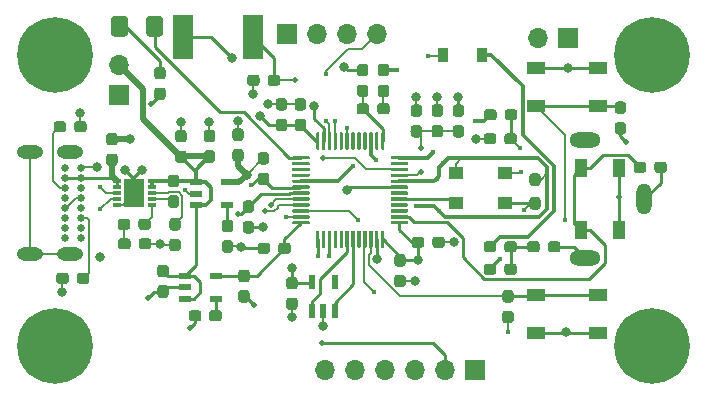
<source format=gtl>
G04 #@! TF.GenerationSoftware,KiCad,Pcbnew,(5.1.6-0-10_14)*
G04 #@! TF.CreationDate,2021-10-17T11:27:40-07:00*
G04 #@! TF.ProjectId,TimTime,54696d54-696d-4652-9e6b-696361645f70,rev?*
G04 #@! TF.SameCoordinates,Original*
G04 #@! TF.FileFunction,Copper,L1,Top*
G04 #@! TF.FilePolarity,Positive*
%FSLAX46Y46*%
G04 Gerber Fmt 4.6, Leading zero omitted, Abs format (unit mm)*
G04 Created by KiCad (PCBNEW (5.1.6-0-10_14)) date 2021-10-17 11:27:40*
%MOMM*%
%LPD*%
G01*
G04 APERTURE LIST*
G04 #@! TA.AperFunction,SMDPad,CuDef*
%ADD10R,1.700000X3.700000*%
G04 #@! TD*
G04 #@! TA.AperFunction,ComponentPad*
%ADD11O,1.308000X2.616000*%
G04 #@! TD*
G04 #@! TA.AperFunction,ComponentPad*
%ADD12O,2.616000X1.308000*%
G04 #@! TD*
G04 #@! TA.AperFunction,SMDPad,CuDef*
%ADD13R,0.900000X1.200000*%
G04 #@! TD*
G04 #@! TA.AperFunction,SMDPad,CuDef*
%ADD14R,0.800000X0.300000*%
G04 #@! TD*
G04 #@! TA.AperFunction,SMDPad,CuDef*
%ADD15R,1.750000X2.480000*%
G04 #@! TD*
G04 #@! TA.AperFunction,SMDPad,CuDef*
%ADD16R,1.050000X0.550000*%
G04 #@! TD*
G04 #@! TA.AperFunction,ComponentPad*
%ADD17C,0.650000*%
G04 #@! TD*
G04 #@! TA.AperFunction,ComponentPad*
%ADD18O,2.216000X1.108000*%
G04 #@! TD*
G04 #@! TA.AperFunction,ComponentPad*
%ADD19R,1.700000X1.700000*%
G04 #@! TD*
G04 #@! TA.AperFunction,ComponentPad*
%ADD20O,1.700000X1.700000*%
G04 #@! TD*
G04 #@! TA.AperFunction,SMDPad,CuDef*
%ADD21R,1.550000X1.000000*%
G04 #@! TD*
G04 #@! TA.AperFunction,SMDPad,CuDef*
%ADD22R,0.590000X1.210000*%
G04 #@! TD*
G04 #@! TA.AperFunction,SMDPad,CuDef*
%ADD23R,1.200000X1.000000*%
G04 #@! TD*
G04 #@! TA.AperFunction,SMDPad,CuDef*
%ADD24R,1.000000X1.550000*%
G04 #@! TD*
G04 #@! TA.AperFunction,ComponentPad*
%ADD25C,6.400000*%
G04 #@! TD*
G04 #@! TA.AperFunction,ComponentPad*
%ADD26C,0.800000*%
G04 #@! TD*
G04 #@! TA.AperFunction,ViaPad*
%ADD27C,0.800000*%
G04 #@! TD*
G04 #@! TA.AperFunction,ViaPad*
%ADD28C,0.450000*%
G04 #@! TD*
G04 #@! TA.AperFunction,ViaPad*
%ADD29C,0.500000*%
G04 #@! TD*
G04 #@! TA.AperFunction,Conductor*
%ADD30C,0.250000*%
G04 #@! TD*
G04 #@! TA.AperFunction,Conductor*
%ADD31C,0.500000*%
G04 #@! TD*
G04 #@! TA.AperFunction,Conductor*
%ADD32C,0.200000*%
G04 #@! TD*
G04 #@! TA.AperFunction,Conductor*
%ADD33C,0.300000*%
G04 #@! TD*
G04 #@! TA.AperFunction,Conductor*
%ADD34C,0.127000*%
G04 #@! TD*
G04 APERTURE END LIST*
D10*
G04 #@! TO.P,S3,1*
G04 #@! TO.N,BTN_PWR*
X130937000Y-91440000D03*
G04 #@! TO.P,S3,2*
G04 #@! TO.N,+2V8*
X125037000Y-91440000D03*
G04 #@! TD*
D11*
G04 #@! TO.P,J2,1*
G04 #@! TO.N,GND*
X164084000Y-105203000D03*
D12*
G04 #@! TO.P,J2,2*
G04 #@! TO.N,Net-(J2-Pad2)*
X159084000Y-110203000D03*
G04 #@! TO.P,J2,3*
G04 #@! TO.N,Net-(J2-Pad3)*
X159084000Y-100203000D03*
G04 #@! TD*
D13*
G04 #@! TO.P,D2,1*
G04 #@! TO.N,TC_OUT*
X147067000Y-92964000D03*
G04 #@! TO.P,D2,2*
G04 #@! TO.N,Net-(D2-Pad2)*
X150368000Y-92964000D03*
G04 #@! TD*
G04 #@! TO.P,C1,2*
G04 #@! TO.N,GND*
G04 #@! TA.AperFunction,SMDPad,CuDef*
G36*
G01*
X155050500Y-104058000D02*
X154575500Y-104058000D01*
G75*
G02*
X154338000Y-103820500I0J237500D01*
G01*
X154338000Y-103245500D01*
G75*
G02*
X154575500Y-103008000I237500J0D01*
G01*
X155050500Y-103008000D01*
G75*
G02*
X155288000Y-103245500I0J-237500D01*
G01*
X155288000Y-103820500D01*
G75*
G02*
X155050500Y-104058000I-237500J0D01*
G01*
G37*
G04 #@! TD.AperFunction*
G04 #@! TO.P,C1,1*
G04 #@! TO.N,+2V8*
G04 #@! TA.AperFunction,SMDPad,CuDef*
G36*
G01*
X155050500Y-106062000D02*
X154575500Y-106062000D01*
G75*
G02*
X154338000Y-105824500I0J237500D01*
G01*
X154338000Y-105249500D01*
G75*
G02*
X154575500Y-105012000I237500J0D01*
G01*
X155050500Y-105012000D01*
G75*
G02*
X155288000Y-105249500I0J-237500D01*
G01*
X155288000Y-105824500D01*
G75*
G02*
X155050500Y-106062000I-237500J0D01*
G01*
G37*
G04 #@! TD.AperFunction*
G04 #@! TD*
G04 #@! TO.P,C3,1*
G04 #@! TO.N,Net-(C3-Pad1)*
G04 #@! TA.AperFunction,SMDPad,CuDef*
G36*
G01*
X153278000Y-99838500D02*
X153278000Y-100313500D01*
G75*
G02*
X153040500Y-100551000I-237500J0D01*
G01*
X152465500Y-100551000D01*
G75*
G02*
X152228000Y-100313500I0J237500D01*
G01*
X152228000Y-99838500D01*
G75*
G02*
X152465500Y-99601000I237500J0D01*
G01*
X153040500Y-99601000D01*
G75*
G02*
X153278000Y-99838500I0J-237500D01*
G01*
G37*
G04 #@! TD.AperFunction*
G04 #@! TO.P,C3,2*
G04 #@! TO.N,GND*
G04 #@! TA.AperFunction,SMDPad,CuDef*
G36*
G01*
X151528000Y-99838500D02*
X151528000Y-100313500D01*
G75*
G02*
X151290500Y-100551000I-237500J0D01*
G01*
X150715500Y-100551000D01*
G75*
G02*
X150478000Y-100313500I0J237500D01*
G01*
X150478000Y-99838500D01*
G75*
G02*
X150715500Y-99601000I237500J0D01*
G01*
X151290500Y-99601000D01*
G75*
G02*
X151528000Y-99838500I0J-237500D01*
G01*
G37*
G04 #@! TD.AperFunction*
G04 #@! TD*
G04 #@! TO.P,C4,1*
G04 #@! TO.N,+2V8*
G04 #@! TA.AperFunction,SMDPad,CuDef*
G36*
G01*
X135187700Y-99430000D02*
X134712700Y-99430000D01*
G75*
G02*
X134475200Y-99192500I0J237500D01*
G01*
X134475200Y-98617500D01*
G75*
G02*
X134712700Y-98380000I237500J0D01*
G01*
X135187700Y-98380000D01*
G75*
G02*
X135425200Y-98617500I0J-237500D01*
G01*
X135425200Y-99192500D01*
G75*
G02*
X135187700Y-99430000I-237500J0D01*
G01*
G37*
G04 #@! TD.AperFunction*
G04 #@! TO.P,C4,2*
G04 #@! TO.N,GND*
G04 #@! TA.AperFunction,SMDPad,CuDef*
G36*
G01*
X135187700Y-97680000D02*
X134712700Y-97680000D01*
G75*
G02*
X134475200Y-97442500I0J237500D01*
G01*
X134475200Y-96867500D01*
G75*
G02*
X134712700Y-96630000I237500J0D01*
G01*
X135187700Y-96630000D01*
G75*
G02*
X135425200Y-96867500I0J-237500D01*
G01*
X135425200Y-97442500D01*
G75*
G02*
X135187700Y-97680000I-237500J0D01*
G01*
G37*
G04 #@! TD.AperFunction*
G04 #@! TD*
G04 #@! TO.P,C5,2*
G04 #@! TO.N,GND*
G04 #@! TA.AperFunction,SMDPad,CuDef*
G36*
G01*
X132379000Y-109109500D02*
X132379000Y-109584500D01*
G75*
G02*
X132141500Y-109822000I-237500J0D01*
G01*
X131566500Y-109822000D01*
G75*
G02*
X131329000Y-109584500I0J237500D01*
G01*
X131329000Y-109109500D01*
G75*
G02*
X131566500Y-108872000I237500J0D01*
G01*
X132141500Y-108872000D01*
G75*
G02*
X132379000Y-109109500I0J-237500D01*
G01*
G37*
G04 #@! TD.AperFunction*
G04 #@! TO.P,C5,1*
G04 #@! TO.N,+3V3*
G04 #@! TA.AperFunction,SMDPad,CuDef*
G36*
G01*
X134129000Y-109109500D02*
X134129000Y-109584500D01*
G75*
G02*
X133891500Y-109822000I-237500J0D01*
G01*
X133316500Y-109822000D01*
G75*
G02*
X133079000Y-109584500I0J237500D01*
G01*
X133079000Y-109109500D01*
G75*
G02*
X133316500Y-108872000I237500J0D01*
G01*
X133891500Y-108872000D01*
G75*
G02*
X134129000Y-109109500I0J-237500D01*
G01*
G37*
G04 #@! TD.AperFunction*
G04 #@! TD*
G04 #@! TO.P,C6,1*
G04 #@! TO.N,+2V8*
G04 #@! TA.AperFunction,SMDPad,CuDef*
G36*
G01*
X133587500Y-99430000D02*
X133112500Y-99430000D01*
G75*
G02*
X132875000Y-99192500I0J237500D01*
G01*
X132875000Y-98617500D01*
G75*
G02*
X133112500Y-98380000I237500J0D01*
G01*
X133587500Y-98380000D01*
G75*
G02*
X133825000Y-98617500I0J-237500D01*
G01*
X133825000Y-99192500D01*
G75*
G02*
X133587500Y-99430000I-237500J0D01*
G01*
G37*
G04 #@! TD.AperFunction*
G04 #@! TO.P,C6,2*
G04 #@! TO.N,GND*
G04 #@! TA.AperFunction,SMDPad,CuDef*
G36*
G01*
X133587500Y-97680000D02*
X133112500Y-97680000D01*
G75*
G02*
X132875000Y-97442500I0J237500D01*
G01*
X132875000Y-96867500D01*
G75*
G02*
X133112500Y-96630000I237500J0D01*
G01*
X133587500Y-96630000D01*
G75*
G02*
X133825000Y-96867500I0J-237500D01*
G01*
X133825000Y-97442500D01*
G75*
G02*
X133587500Y-97680000I-237500J0D01*
G01*
G37*
G04 #@! TD.AperFunction*
G04 #@! TD*
G04 #@! TO.P,C7,2*
G04 #@! TO.N,GND*
G04 #@! TA.AperFunction,SMDPad,CuDef*
G36*
G01*
X143145500Y-111588000D02*
X143620500Y-111588000D01*
G75*
G02*
X143858000Y-111825500I0J-237500D01*
G01*
X143858000Y-112400500D01*
G75*
G02*
X143620500Y-112638000I-237500J0D01*
G01*
X143145500Y-112638000D01*
G75*
G02*
X142908000Y-112400500I0J237500D01*
G01*
X142908000Y-111825500D01*
G75*
G02*
X143145500Y-111588000I237500J0D01*
G01*
G37*
G04 #@! TD.AperFunction*
G04 #@! TO.P,C7,1*
G04 #@! TO.N,+2V8*
G04 #@! TA.AperFunction,SMDPad,CuDef*
G36*
G01*
X143145500Y-109838000D02*
X143620500Y-109838000D01*
G75*
G02*
X143858000Y-110075500I0J-237500D01*
G01*
X143858000Y-110650500D01*
G75*
G02*
X143620500Y-110888000I-237500J0D01*
G01*
X143145500Y-110888000D01*
G75*
G02*
X142908000Y-110650500I0J237500D01*
G01*
X142908000Y-110075500D01*
G75*
G02*
X143145500Y-109838000I237500J0D01*
G01*
G37*
G04 #@! TD.AperFunction*
G04 #@! TD*
G04 #@! TO.P,C8,1*
G04 #@! TO.N,+2V8*
G04 #@! TA.AperFunction,SMDPad,CuDef*
G36*
G01*
X144382000Y-109076500D02*
X144382000Y-108601500D01*
G75*
G02*
X144619500Y-108364000I237500J0D01*
G01*
X145194500Y-108364000D01*
G75*
G02*
X145432000Y-108601500I0J-237500D01*
G01*
X145432000Y-109076500D01*
G75*
G02*
X145194500Y-109314000I-237500J0D01*
G01*
X144619500Y-109314000D01*
G75*
G02*
X144382000Y-109076500I0J237500D01*
G01*
G37*
G04 #@! TD.AperFunction*
G04 #@! TO.P,C8,2*
G04 #@! TO.N,GND*
G04 #@! TA.AperFunction,SMDPad,CuDef*
G36*
G01*
X146132000Y-109076500D02*
X146132000Y-108601500D01*
G75*
G02*
X146369500Y-108364000I237500J0D01*
G01*
X146944500Y-108364000D01*
G75*
G02*
X147182000Y-108601500I0J-237500D01*
G01*
X147182000Y-109076500D01*
G75*
G02*
X146944500Y-109314000I-237500J0D01*
G01*
X146369500Y-109314000D01*
G75*
G02*
X146132000Y-109076500I0J237500D01*
G01*
G37*
G04 #@! TD.AperFunction*
G04 #@! TD*
G04 #@! TO.P,C9,2*
G04 #@! TO.N,GND*
G04 #@! TA.AperFunction,SMDPad,CuDef*
G36*
G01*
X146781500Y-98202000D02*
X146306500Y-98202000D01*
G75*
G02*
X146069000Y-97964500I0J237500D01*
G01*
X146069000Y-97389500D01*
G75*
G02*
X146306500Y-97152000I237500J0D01*
G01*
X146781500Y-97152000D01*
G75*
G02*
X147019000Y-97389500I0J-237500D01*
G01*
X147019000Y-97964500D01*
G75*
G02*
X146781500Y-98202000I-237500J0D01*
G01*
G37*
G04 #@! TD.AperFunction*
G04 #@! TO.P,C9,1*
G04 #@! TO.N,VAA*
G04 #@! TA.AperFunction,SMDPad,CuDef*
G36*
G01*
X146781500Y-99952000D02*
X146306500Y-99952000D01*
G75*
G02*
X146069000Y-99714500I0J237500D01*
G01*
X146069000Y-99139500D01*
G75*
G02*
X146306500Y-98902000I237500J0D01*
G01*
X146781500Y-98902000D01*
G75*
G02*
X147019000Y-99139500I0J-237500D01*
G01*
X147019000Y-99714500D01*
G75*
G02*
X146781500Y-99952000I-237500J0D01*
G01*
G37*
G04 #@! TD.AperFunction*
G04 #@! TD*
G04 #@! TO.P,C10,1*
G04 #@! TO.N,VAA*
G04 #@! TA.AperFunction,SMDPad,CuDef*
G36*
G01*
X145017500Y-99966000D02*
X144542500Y-99966000D01*
G75*
G02*
X144305000Y-99728500I0J237500D01*
G01*
X144305000Y-99153500D01*
G75*
G02*
X144542500Y-98916000I237500J0D01*
G01*
X145017500Y-98916000D01*
G75*
G02*
X145255000Y-99153500I0J-237500D01*
G01*
X145255000Y-99728500D01*
G75*
G02*
X145017500Y-99966000I-237500J0D01*
G01*
G37*
G04 #@! TD.AperFunction*
G04 #@! TO.P,C10,2*
G04 #@! TO.N,GND*
G04 #@! TA.AperFunction,SMDPad,CuDef*
G36*
G01*
X145017500Y-98216000D02*
X144542500Y-98216000D01*
G75*
G02*
X144305000Y-97978500I0J237500D01*
G01*
X144305000Y-97403500D01*
G75*
G02*
X144542500Y-97166000I237500J0D01*
G01*
X145017500Y-97166000D01*
G75*
G02*
X145255000Y-97403500I0J-237500D01*
G01*
X145255000Y-97978500D01*
G75*
G02*
X145017500Y-98216000I-237500J0D01*
G01*
G37*
G04 #@! TD.AperFunction*
G04 #@! TD*
G04 #@! TO.P,C11,2*
G04 #@! TO.N,GND*
G04 #@! TA.AperFunction,SMDPad,CuDef*
G36*
G01*
X134001500Y-113521000D02*
X134476500Y-113521000D01*
G75*
G02*
X134714000Y-113758500I0J-237500D01*
G01*
X134714000Y-114333500D01*
G75*
G02*
X134476500Y-114571000I-237500J0D01*
G01*
X134001500Y-114571000D01*
G75*
G02*
X133764000Y-114333500I0J237500D01*
G01*
X133764000Y-113758500D01*
G75*
G02*
X134001500Y-113521000I237500J0D01*
G01*
G37*
G04 #@! TD.AperFunction*
G04 #@! TO.P,C11,1*
G04 #@! TO.N,+2V8*
G04 #@! TA.AperFunction,SMDPad,CuDef*
G36*
G01*
X134001500Y-111771000D02*
X134476500Y-111771000D01*
G75*
G02*
X134714000Y-112008500I0J-237500D01*
G01*
X134714000Y-112583500D01*
G75*
G02*
X134476500Y-112821000I-237500J0D01*
G01*
X134001500Y-112821000D01*
G75*
G02*
X133764000Y-112583500I0J237500D01*
G01*
X133764000Y-112008500D01*
G75*
G02*
X134001500Y-111771000I237500J0D01*
G01*
G37*
G04 #@! TD.AperFunction*
G04 #@! TD*
G04 #@! TO.P,C12,2*
G04 #@! TO.N,GND*
G04 #@! TA.AperFunction,SMDPad,CuDef*
G36*
G01*
X125078500Y-100375000D02*
X124603500Y-100375000D01*
G75*
G02*
X124366000Y-100137500I0J237500D01*
G01*
X124366000Y-99562500D01*
G75*
G02*
X124603500Y-99325000I237500J0D01*
G01*
X125078500Y-99325000D01*
G75*
G02*
X125316000Y-99562500I0J-237500D01*
G01*
X125316000Y-100137500D01*
G75*
G02*
X125078500Y-100375000I-237500J0D01*
G01*
G37*
G04 #@! TD.AperFunction*
G04 #@! TO.P,C12,1*
G04 #@! TO.N,+BATT*
G04 #@! TA.AperFunction,SMDPad,CuDef*
G36*
G01*
X125078500Y-102125000D02*
X124603500Y-102125000D01*
G75*
G02*
X124366000Y-101887500I0J237500D01*
G01*
X124366000Y-101312500D01*
G75*
G02*
X124603500Y-101075000I237500J0D01*
G01*
X125078500Y-101075000D01*
G75*
G02*
X125316000Y-101312500I0J-237500D01*
G01*
X125316000Y-101887500D01*
G75*
G02*
X125078500Y-102125000I-237500J0D01*
G01*
G37*
G04 #@! TD.AperFunction*
G04 #@! TD*
G04 #@! TO.P,C13,1*
G04 #@! TO.N,VBUS*
G04 #@! TA.AperFunction,SMDPad,CuDef*
G36*
G01*
X119236500Y-102379000D02*
X118761500Y-102379000D01*
G75*
G02*
X118524000Y-102141500I0J237500D01*
G01*
X118524000Y-101566500D01*
G75*
G02*
X118761500Y-101329000I237500J0D01*
G01*
X119236500Y-101329000D01*
G75*
G02*
X119474000Y-101566500I0J-237500D01*
G01*
X119474000Y-102141500D01*
G75*
G02*
X119236500Y-102379000I-237500J0D01*
G01*
G37*
G04 #@! TD.AperFunction*
G04 #@! TO.P,C13,2*
G04 #@! TO.N,GND*
G04 #@! TA.AperFunction,SMDPad,CuDef*
G36*
G01*
X119236500Y-100629000D02*
X118761500Y-100629000D01*
G75*
G02*
X118524000Y-100391500I0J237500D01*
G01*
X118524000Y-99816500D01*
G75*
G02*
X118761500Y-99579000I237500J0D01*
G01*
X119236500Y-99579000D01*
G75*
G02*
X119474000Y-99816500I0J-237500D01*
G01*
X119474000Y-100391500D01*
G75*
G02*
X119236500Y-100629000I-237500J0D01*
G01*
G37*
G04 #@! TD.AperFunction*
G04 #@! TD*
G04 #@! TO.P,C14,2*
G04 #@! TO.N,Net-(C14-Pad2)*
G04 #@! TA.AperFunction,SMDPad,CuDef*
G36*
G01*
X129015500Y-107967000D02*
X128540500Y-107967000D01*
G75*
G02*
X128303000Y-107729500I0J237500D01*
G01*
X128303000Y-107154500D01*
G75*
G02*
X128540500Y-106917000I237500J0D01*
G01*
X129015500Y-106917000D01*
G75*
G02*
X129253000Y-107154500I0J-237500D01*
G01*
X129253000Y-107729500D01*
G75*
G02*
X129015500Y-107967000I-237500J0D01*
G01*
G37*
G04 #@! TD.AperFunction*
G04 #@! TO.P,C14,1*
G04 #@! TO.N,GND*
G04 #@! TA.AperFunction,SMDPad,CuDef*
G36*
G01*
X129015500Y-109717000D02*
X128540500Y-109717000D01*
G75*
G02*
X128303000Y-109479500I0J237500D01*
G01*
X128303000Y-108904500D01*
G75*
G02*
X128540500Y-108667000I237500J0D01*
G01*
X129015500Y-108667000D01*
G75*
G02*
X129253000Y-108904500I0J-237500D01*
G01*
X129253000Y-109479500D01*
G75*
G02*
X129015500Y-109717000I-237500J0D01*
G01*
G37*
G04 #@! TD.AperFunction*
G04 #@! TD*
G04 #@! TO.P,C15,1*
G04 #@! TO.N,+2V8*
G04 #@! TA.AperFunction,SMDPad,CuDef*
G36*
G01*
X129904500Y-101998000D02*
X129429500Y-101998000D01*
G75*
G02*
X129192000Y-101760500I0J237500D01*
G01*
X129192000Y-101185500D01*
G75*
G02*
X129429500Y-100948000I237500J0D01*
G01*
X129904500Y-100948000D01*
G75*
G02*
X130142000Y-101185500I0J-237500D01*
G01*
X130142000Y-101760500D01*
G75*
G02*
X129904500Y-101998000I-237500J0D01*
G01*
G37*
G04 #@! TD.AperFunction*
G04 #@! TO.P,C15,2*
G04 #@! TO.N,GND*
G04 #@! TA.AperFunction,SMDPad,CuDef*
G36*
G01*
X129904500Y-100248000D02*
X129429500Y-100248000D01*
G75*
G02*
X129192000Y-100010500I0J237500D01*
G01*
X129192000Y-99435500D01*
G75*
G02*
X129429500Y-99198000I237500J0D01*
G01*
X129904500Y-99198000D01*
G75*
G02*
X130142000Y-99435500I0J-237500D01*
G01*
X130142000Y-100010500D01*
G75*
G02*
X129904500Y-100248000I-237500J0D01*
G01*
G37*
G04 #@! TD.AperFunction*
G04 #@! TD*
G04 #@! TO.P,C16,2*
G04 #@! TO.N,GND*
G04 #@! TA.AperFunction,SMDPad,CuDef*
G36*
G01*
X127491500Y-100347000D02*
X127016500Y-100347000D01*
G75*
G02*
X126779000Y-100109500I0J237500D01*
G01*
X126779000Y-99534500D01*
G75*
G02*
X127016500Y-99297000I237500J0D01*
G01*
X127491500Y-99297000D01*
G75*
G02*
X127729000Y-99534500I0J-237500D01*
G01*
X127729000Y-100109500D01*
G75*
G02*
X127491500Y-100347000I-237500J0D01*
G01*
G37*
G04 #@! TD.AperFunction*
G04 #@! TO.P,C16,1*
G04 #@! TO.N,+BATT*
G04 #@! TA.AperFunction,SMDPad,CuDef*
G36*
G01*
X127491500Y-102097000D02*
X127016500Y-102097000D01*
G75*
G02*
X126779000Y-101859500I0J237500D01*
G01*
X126779000Y-101284500D01*
G75*
G02*
X127016500Y-101047000I237500J0D01*
G01*
X127491500Y-101047000D01*
G75*
G02*
X127729000Y-101284500I0J-237500D01*
G01*
X127729000Y-101859500D01*
G75*
G02*
X127491500Y-102097000I-237500J0D01*
G01*
G37*
G04 #@! TD.AperFunction*
G04 #@! TD*
G04 #@! TO.P,D1,1*
G04 #@! TO.N,Net-(D1-Pad1)*
G04 #@! TA.AperFunction,SMDPad,CuDef*
G36*
G01*
X118921500Y-91176000D02*
X118921500Y-89926000D01*
G75*
G02*
X119171500Y-89676000I250000J0D01*
G01*
X120096500Y-89676000D01*
G75*
G02*
X120346500Y-89926000I0J-250000D01*
G01*
X120346500Y-91176000D01*
G75*
G02*
X120096500Y-91426000I-250000J0D01*
G01*
X119171500Y-91426000D01*
G75*
G02*
X118921500Y-91176000I0J250000D01*
G01*
G37*
G04 #@! TD.AperFunction*
G04 #@! TO.P,D1,2*
G04 #@! TO.N,LED_STATUS*
G04 #@! TA.AperFunction,SMDPad,CuDef*
G36*
G01*
X121896500Y-91176000D02*
X121896500Y-89926000D01*
G75*
G02*
X122146500Y-89676000I250000J0D01*
G01*
X123071500Y-89676000D01*
G75*
G02*
X123321500Y-89926000I0J-250000D01*
G01*
X123321500Y-91176000D01*
G75*
G02*
X123071500Y-91426000I-250000J0D01*
G01*
X122146500Y-91426000D01*
G75*
G02*
X121896500Y-91176000I0J250000D01*
G01*
G37*
G04 #@! TD.AperFunction*
G04 #@! TD*
D14*
G04 #@! TO.P,IC1,1*
G04 #@! TO.N,VBUS*
X119404000Y-103648000D03*
G04 #@! TO.P,IC1,2*
X119404000Y-104148000D03*
G04 #@! TO.P,IC1,3*
G04 #@! TO.N,STAT1*
X119404000Y-104648000D03*
G04 #@! TO.P,IC1,4*
G04 #@! TO.N,STAT2*
X119404000Y-105148000D03*
G04 #@! TO.P,IC1,5*
G04 #@! TO.N,GND*
X119404000Y-105648000D03*
G04 #@! TO.P,IC1,6*
G04 #@! TO.N,Net-(IC1-Pad6)*
X122404000Y-105648000D03*
G04 #@! TO.P,IC1,7*
G04 #@! TO.N,Net-(IC1-Pad7)*
X122404000Y-105148000D03*
G04 #@! TO.P,IC1,8*
G04 #@! TO.N,Net-(IC1-Pad8)*
X122404000Y-104648000D03*
G04 #@! TO.P,IC1,9*
G04 #@! TO.N,+BATT*
X122404000Y-104148000D03*
G04 #@! TO.P,IC1,10*
X122404000Y-103648000D03*
D15*
G04 #@! TO.P,IC1,11*
G04 #@! TO.N,GND*
X120904000Y-104648000D03*
G04 #@! TD*
D16*
G04 #@! TO.P,IC2,1*
G04 #@! TO.N,+BATT*
X126111000Y-103759000D03*
G04 #@! TO.P,IC2,2*
G04 #@! TO.N,GND*
X126111000Y-104709000D03*
G04 #@! TO.P,IC2,3*
G04 #@! TO.N,+BATT*
X126111000Y-105659000D03*
G04 #@! TO.P,IC2,4*
G04 #@! TO.N,Net-(C14-Pad2)*
X128711000Y-105659000D03*
G04 #@! TO.P,IC2,5*
G04 #@! TO.N,+2V8*
X128711000Y-103759000D03*
G04 #@! TD*
D17*
G04 #@! TO.P,J1,A1*
G04 #@! TO.N,GND*
X116412000Y-108458000D03*
G04 #@! TO.P,J1,A4*
G04 #@! TO.N,VBUS*
X116412000Y-107608000D03*
G04 #@! TO.P,J1,A5*
G04 #@! TO.N,CC1*
X116412000Y-106758000D03*
G04 #@! TO.P,J1,A6*
G04 #@! TO.N,USB_D+*
X116412000Y-105908000D03*
G04 #@! TO.P,J1,A7*
G04 #@! TO.N,USB_D-*
X116412000Y-105058000D03*
G04 #@! TO.P,J1,A8*
G04 #@! TO.N,Net-(J1-PadA8)*
X116412000Y-104208000D03*
G04 #@! TO.P,J1,A9*
G04 #@! TO.N,VBUS*
X116412000Y-103358000D03*
G04 #@! TO.P,J1,A12*
G04 #@! TO.N,GND*
X116412000Y-102508000D03*
G04 #@! TO.P,J1,B1*
X115062000Y-102508000D03*
G04 #@! TO.P,J1,B4*
G04 #@! TO.N,VBUS*
X115062000Y-103358000D03*
G04 #@! TO.P,J1,B5*
G04 #@! TO.N,CC2*
X115062000Y-104208000D03*
G04 #@! TO.P,J1,B6*
G04 #@! TO.N,USB_D+*
X115062000Y-105058000D03*
G04 #@! TO.P,J1,B7*
G04 #@! TO.N,USB_D-*
X115062000Y-105908000D03*
G04 #@! TO.P,J1,B8*
G04 #@! TO.N,Net-(J1-PadB8)*
X115062000Y-106758000D03*
G04 #@! TO.P,J1,B9*
G04 #@! TO.N,VBUS*
X115062000Y-107608000D03*
G04 #@! TO.P,J1,B12*
G04 #@! TO.N,GND*
X115062000Y-108458000D03*
D18*
G04 #@! TO.P,J1,P1*
G04 #@! TO.N,Net-(J1-PadP1)*
X115432000Y-109808000D03*
G04 #@! TO.P,J1,P2*
X115432000Y-101158000D03*
G04 #@! TO.P,J1,P3*
X112052000Y-101158000D03*
G04 #@! TO.P,J1,P4*
X112052000Y-109808000D03*
G04 #@! TD*
D19*
G04 #@! TO.P,J3,1*
G04 #@! TO.N,GND*
X133858000Y-91186000D03*
D20*
G04 #@! TO.P,J3,2*
G04 #@! TO.N,+2V8*
X136398000Y-91186000D03*
G04 #@! TO.P,J3,3*
G04 #@! TO.N,MON_SCL*
X138938000Y-91186000D03*
G04 #@! TO.P,J3,4*
G04 #@! TO.N,MON_SDA*
X141478000Y-91186000D03*
G04 #@! TD*
D19*
G04 #@! TO.P,J4,1*
G04 #@! TO.N,+2V8*
X149733000Y-119634000D03*
D20*
G04 #@! TO.P,J4,2*
G04 #@! TO.N,SWCLK*
X147193000Y-119634000D03*
G04 #@! TO.P,J4,3*
G04 #@! TO.N,GND*
X144653000Y-119634000D03*
G04 #@! TO.P,J4,4*
G04 #@! TO.N,SWDIO*
X142113000Y-119634000D03*
G04 #@! TO.P,J4,5*
G04 #@! TO.N,NRST*
X139573000Y-119634000D03*
G04 #@! TO.P,J4,6*
G04 #@! TO.N,SWO*
X137033000Y-119634000D03*
G04 #@! TD*
D19*
G04 #@! TO.P,J5,1*
G04 #@! TO.N,GND*
X119634000Y-96393000D03*
D20*
G04 #@! TO.P,J5,2*
G04 #@! TO.N,+BATT*
X119634000Y-93853000D03*
G04 #@! TD*
G04 #@! TO.P,J6,2*
G04 #@! TO.N,OSC*
X155067000Y-91567000D03*
D19*
G04 #@! TO.P,J6,1*
G04 #@! TO.N,GND*
X157607000Y-91567000D03*
G04 #@! TD*
G04 #@! TO.P,L1,1*
G04 #@! TO.N,VAA*
G04 #@! TA.AperFunction,SMDPad,CuDef*
G36*
G01*
X148573500Y-99966000D02*
X148098500Y-99966000D01*
G75*
G02*
X147861000Y-99728500I0J237500D01*
G01*
X147861000Y-99153500D01*
G75*
G02*
X148098500Y-98916000I237500J0D01*
G01*
X148573500Y-98916000D01*
G75*
G02*
X148811000Y-99153500I0J-237500D01*
G01*
X148811000Y-99728500D01*
G75*
G02*
X148573500Y-99966000I-237500J0D01*
G01*
G37*
G04 #@! TD.AperFunction*
G04 #@! TO.P,L1,2*
G04 #@! TO.N,+2V8*
G04 #@! TA.AperFunction,SMDPad,CuDef*
G36*
G01*
X148573500Y-98216000D02*
X148098500Y-98216000D01*
G75*
G02*
X147861000Y-97978500I0J237500D01*
G01*
X147861000Y-97403500D01*
G75*
G02*
X148098500Y-97166000I237500J0D01*
G01*
X148573500Y-97166000D01*
G75*
G02*
X148811000Y-97403500I0J-237500D01*
G01*
X148811000Y-97978500D01*
G75*
G02*
X148573500Y-98216000I-237500J0D01*
G01*
G37*
G04 #@! TD.AperFunction*
G04 #@! TD*
G04 #@! TO.P,R1,1*
G04 #@! TO.N,+BATT*
G04 #@! TA.AperFunction,SMDPad,CuDef*
G36*
G01*
X139984500Y-93737000D02*
X140459500Y-93737000D01*
G75*
G02*
X140697000Y-93974500I0J-237500D01*
G01*
X140697000Y-94549500D01*
G75*
G02*
X140459500Y-94787000I-237500J0D01*
G01*
X139984500Y-94787000D01*
G75*
G02*
X139747000Y-94549500I0J237500D01*
G01*
X139747000Y-93974500D01*
G75*
G02*
X139984500Y-93737000I237500J0D01*
G01*
G37*
G04 #@! TD.AperFunction*
G04 #@! TO.P,R1,2*
G04 #@! TO.N,BATT_CHECK*
G04 #@! TA.AperFunction,SMDPad,CuDef*
G36*
G01*
X139984500Y-95487000D02*
X140459500Y-95487000D01*
G75*
G02*
X140697000Y-95724500I0J-237500D01*
G01*
X140697000Y-96299500D01*
G75*
G02*
X140459500Y-96537000I-237500J0D01*
G01*
X139984500Y-96537000D01*
G75*
G02*
X139747000Y-96299500I0J237500D01*
G01*
X139747000Y-95724500D01*
G75*
G02*
X139984500Y-95487000I237500J0D01*
G01*
G37*
G04 #@! TD.AperFunction*
G04 #@! TD*
G04 #@! TO.P,R2,2*
G04 #@! TO.N,Net-(R2-Pad2)*
G04 #@! TA.AperFunction,SMDPad,CuDef*
G36*
G01*
X141461000Y-97773500D02*
X141461000Y-97298500D01*
G75*
G02*
X141698500Y-97061000I237500J0D01*
G01*
X142273500Y-97061000D01*
G75*
G02*
X142511000Y-97298500I0J-237500D01*
G01*
X142511000Y-97773500D01*
G75*
G02*
X142273500Y-98011000I-237500J0D01*
G01*
X141698500Y-98011000D01*
G75*
G02*
X141461000Y-97773500I0J237500D01*
G01*
G37*
G04 #@! TD.AperFunction*
G04 #@! TO.P,R2,1*
G04 #@! TO.N,BATT_CHECK*
G04 #@! TA.AperFunction,SMDPad,CuDef*
G36*
G01*
X139711000Y-97773500D02*
X139711000Y-97298500D01*
G75*
G02*
X139948500Y-97061000I237500J0D01*
G01*
X140523500Y-97061000D01*
G75*
G02*
X140761000Y-97298500I0J-237500D01*
G01*
X140761000Y-97773500D01*
G75*
G02*
X140523500Y-98011000I-237500J0D01*
G01*
X139948500Y-98011000D01*
G75*
G02*
X139711000Y-97773500I0J237500D01*
G01*
G37*
G04 #@! TD.AperFunction*
G04 #@! TD*
G04 #@! TO.P,R3,2*
G04 #@! TO.N,GND*
G04 #@! TA.AperFunction,SMDPad,CuDef*
G36*
G01*
X142223500Y-94787000D02*
X141748500Y-94787000D01*
G75*
G02*
X141511000Y-94549500I0J237500D01*
G01*
X141511000Y-93974500D01*
G75*
G02*
X141748500Y-93737000I237500J0D01*
G01*
X142223500Y-93737000D01*
G75*
G02*
X142461000Y-93974500I0J-237500D01*
G01*
X142461000Y-94549500D01*
G75*
G02*
X142223500Y-94787000I-237500J0D01*
G01*
G37*
G04 #@! TD.AperFunction*
G04 #@! TO.P,R3,1*
G04 #@! TO.N,Net-(R2-Pad2)*
G04 #@! TA.AperFunction,SMDPad,CuDef*
G36*
G01*
X142223500Y-96537000D02*
X141748500Y-96537000D01*
G75*
G02*
X141511000Y-96299500I0J237500D01*
G01*
X141511000Y-95724500D01*
G75*
G02*
X141748500Y-95487000I237500J0D01*
G01*
X142223500Y-95487000D01*
G75*
G02*
X142461000Y-95724500I0J-237500D01*
G01*
X142461000Y-96299500D01*
G75*
G02*
X142223500Y-96537000I-237500J0D01*
G01*
G37*
G04 #@! TD.AperFunction*
G04 #@! TD*
G04 #@! TO.P,R5,1*
G04 #@! TO.N,CC1*
G04 #@! TA.AperFunction,SMDPad,CuDef*
G36*
G01*
X117083000Y-111649500D02*
X117083000Y-112124500D01*
G75*
G02*
X116845500Y-112362000I-237500J0D01*
G01*
X116270500Y-112362000D01*
G75*
G02*
X116033000Y-112124500I0J237500D01*
G01*
X116033000Y-111649500D01*
G75*
G02*
X116270500Y-111412000I237500J0D01*
G01*
X116845500Y-111412000D01*
G75*
G02*
X117083000Y-111649500I0J-237500D01*
G01*
G37*
G04 #@! TD.AperFunction*
G04 #@! TO.P,R5,2*
G04 #@! TO.N,GND*
G04 #@! TA.AperFunction,SMDPad,CuDef*
G36*
G01*
X115333000Y-111649500D02*
X115333000Y-112124500D01*
G75*
G02*
X115095500Y-112362000I-237500J0D01*
G01*
X114520500Y-112362000D01*
G75*
G02*
X114283000Y-112124500I0J237500D01*
G01*
X114283000Y-111649500D01*
G75*
G02*
X114520500Y-111412000I237500J0D01*
G01*
X115095500Y-111412000D01*
G75*
G02*
X115333000Y-111649500I0J-237500D01*
G01*
G37*
G04 #@! TD.AperFunction*
G04 #@! TD*
G04 #@! TO.P,R6,2*
G04 #@! TO.N,GND*
G04 #@! TA.AperFunction,SMDPad,CuDef*
G36*
G01*
X115807000Y-99297500D02*
X115807000Y-98822500D01*
G75*
G02*
X116044500Y-98585000I237500J0D01*
G01*
X116619500Y-98585000D01*
G75*
G02*
X116857000Y-98822500I0J-237500D01*
G01*
X116857000Y-99297500D01*
G75*
G02*
X116619500Y-99535000I-237500J0D01*
G01*
X116044500Y-99535000D01*
G75*
G02*
X115807000Y-99297500I0J237500D01*
G01*
G37*
G04 #@! TD.AperFunction*
G04 #@! TO.P,R6,1*
G04 #@! TO.N,CC2*
G04 #@! TA.AperFunction,SMDPad,CuDef*
G36*
G01*
X114057000Y-99297500D02*
X114057000Y-98822500D01*
G75*
G02*
X114294500Y-98585000I237500J0D01*
G01*
X114869500Y-98585000D01*
G75*
G02*
X115107000Y-98822500I0J-237500D01*
G01*
X115107000Y-99297500D01*
G75*
G02*
X114869500Y-99535000I-237500J0D01*
G01*
X114294500Y-99535000D01*
G75*
G02*
X114057000Y-99297500I0J237500D01*
G01*
G37*
G04 #@! TD.AperFunction*
G04 #@! TD*
G04 #@! TO.P,R7,1*
G04 #@! TO.N,Net-(C3-Pad1)*
G04 #@! TA.AperFunction,SMDPad,CuDef*
G36*
G01*
X153306000Y-97806500D02*
X153306000Y-98281500D01*
G75*
G02*
X153068500Y-98519000I-237500J0D01*
G01*
X152493500Y-98519000D01*
G75*
G02*
X152256000Y-98281500I0J237500D01*
G01*
X152256000Y-97806500D01*
G75*
G02*
X152493500Y-97569000I237500J0D01*
G01*
X153068500Y-97569000D01*
G75*
G02*
X153306000Y-97806500I0J-237500D01*
G01*
G37*
G04 #@! TD.AperFunction*
G04 #@! TO.P,R7,2*
G04 #@! TO.N,TCVC*
G04 #@! TA.AperFunction,SMDPad,CuDef*
G36*
G01*
X151556000Y-97806500D02*
X151556000Y-98281500D01*
G75*
G02*
X151318500Y-98519000I-237500J0D01*
G01*
X150743500Y-98519000D01*
G75*
G02*
X150506000Y-98281500I0J237500D01*
G01*
X150506000Y-97806500D01*
G75*
G02*
X150743500Y-97569000I237500J0D01*
G01*
X151318500Y-97569000D01*
G75*
G02*
X151556000Y-97806500I0J-237500D01*
G01*
G37*
G04 #@! TD.AperFunction*
G04 #@! TD*
G04 #@! TO.P,R8,1*
G04 #@! TO.N,Net-(D1-Pad1)*
G04 #@! TA.AperFunction,SMDPad,CuDef*
G36*
G01*
X122825500Y-93991000D02*
X123300500Y-93991000D01*
G75*
G02*
X123538000Y-94228500I0J-237500D01*
G01*
X123538000Y-94803500D01*
G75*
G02*
X123300500Y-95041000I-237500J0D01*
G01*
X122825500Y-95041000D01*
G75*
G02*
X122588000Y-94803500I0J237500D01*
G01*
X122588000Y-94228500D01*
G75*
G02*
X122825500Y-93991000I237500J0D01*
G01*
G37*
G04 #@! TD.AperFunction*
G04 #@! TO.P,R8,2*
G04 #@! TO.N,GND*
G04 #@! TA.AperFunction,SMDPad,CuDef*
G36*
G01*
X122825500Y-95741000D02*
X123300500Y-95741000D01*
G75*
G02*
X123538000Y-95978500I0J-237500D01*
G01*
X123538000Y-96553500D01*
G75*
G02*
X123300500Y-96791000I-237500J0D01*
G01*
X122825500Y-96791000D01*
G75*
G02*
X122588000Y-96553500I0J237500D01*
G01*
X122588000Y-95978500D01*
G75*
G02*
X122825500Y-95741000I237500J0D01*
G01*
G37*
G04 #@! TD.AperFunction*
G04 #@! TD*
G04 #@! TO.P,R9,1*
G04 #@! TO.N,TC_CON*
G04 #@! TA.AperFunction,SMDPad,CuDef*
G36*
G01*
X154161000Y-109457500D02*
X154161000Y-108982500D01*
G75*
G02*
X154398500Y-108745000I237500J0D01*
G01*
X154973500Y-108745000D01*
G75*
G02*
X155211000Y-108982500I0J-237500D01*
G01*
X155211000Y-109457500D01*
G75*
G02*
X154973500Y-109695000I-237500J0D01*
G01*
X154398500Y-109695000D01*
G75*
G02*
X154161000Y-109457500I0J237500D01*
G01*
G37*
G04 #@! TD.AperFunction*
G04 #@! TO.P,R9,2*
G04 #@! TO.N,Net-(J2-Pad2)*
G04 #@! TA.AperFunction,SMDPad,CuDef*
G36*
G01*
X155911000Y-109457500D02*
X155911000Y-108982500D01*
G75*
G02*
X156148500Y-108745000I237500J0D01*
G01*
X156723500Y-108745000D01*
G75*
G02*
X156961000Y-108982500I0J-237500D01*
G01*
X156961000Y-109457500D01*
G75*
G02*
X156723500Y-109695000I-237500J0D01*
G01*
X156148500Y-109695000D01*
G75*
G02*
X155911000Y-109457500I0J237500D01*
G01*
G37*
G04 #@! TD.AperFunction*
G04 #@! TD*
G04 #@! TO.P,R10,2*
G04 #@! TO.N,Net-(D2-Pad2)*
G04 #@! TA.AperFunction,SMDPad,CuDef*
G36*
G01*
X151528000Y-108982500D02*
X151528000Y-109457500D01*
G75*
G02*
X151290500Y-109695000I-237500J0D01*
G01*
X150715500Y-109695000D01*
G75*
G02*
X150478000Y-109457500I0J237500D01*
G01*
X150478000Y-108982500D01*
G75*
G02*
X150715500Y-108745000I237500J0D01*
G01*
X151290500Y-108745000D01*
G75*
G02*
X151528000Y-108982500I0J-237500D01*
G01*
G37*
G04 #@! TD.AperFunction*
G04 #@! TO.P,R10,1*
G04 #@! TO.N,TC_CON*
G04 #@! TA.AperFunction,SMDPad,CuDef*
G36*
G01*
X153278000Y-108982500D02*
X153278000Y-109457500D01*
G75*
G02*
X153040500Y-109695000I-237500J0D01*
G01*
X152465500Y-109695000D01*
G75*
G02*
X152228000Y-109457500I0J237500D01*
G01*
X152228000Y-108982500D01*
G75*
G02*
X152465500Y-108745000I237500J0D01*
G01*
X153040500Y-108745000D01*
G75*
G02*
X153278000Y-108982500I0J-237500D01*
G01*
G37*
G04 #@! TD.AperFunction*
G04 #@! TD*
G04 #@! TO.P,R11,1*
G04 #@! TO.N,TC_IN*
G04 #@! TA.AperFunction,SMDPad,CuDef*
G36*
G01*
X150478000Y-111362500D02*
X150478000Y-110887500D01*
G75*
G02*
X150715500Y-110650000I237500J0D01*
G01*
X151290500Y-110650000D01*
G75*
G02*
X151528000Y-110887500I0J-237500D01*
G01*
X151528000Y-111362500D01*
G75*
G02*
X151290500Y-111600000I-237500J0D01*
G01*
X150715500Y-111600000D01*
G75*
G02*
X150478000Y-111362500I0J237500D01*
G01*
G37*
G04 #@! TD.AperFunction*
G04 #@! TO.P,R11,2*
G04 #@! TO.N,TC_CON*
G04 #@! TA.AperFunction,SMDPad,CuDef*
G36*
G01*
X152228000Y-111362500D02*
X152228000Y-110887500D01*
G75*
G02*
X152465500Y-110650000I237500J0D01*
G01*
X153040500Y-110650000D01*
G75*
G02*
X153278000Y-110887500I0J-237500D01*
G01*
X153278000Y-111362500D01*
G75*
G02*
X153040500Y-111600000I-237500J0D01*
G01*
X152465500Y-111600000D01*
G75*
G02*
X152228000Y-111362500I0J237500D01*
G01*
G37*
G04 #@! TD.AperFunction*
G04 #@! TD*
G04 #@! TO.P,R12,2*
G04 #@! TO.N,STAT2*
G04 #@! TA.AperFunction,SMDPad,CuDef*
G36*
G01*
X130793500Y-106344000D02*
X130318500Y-106344000D01*
G75*
G02*
X130081000Y-106106500I0J237500D01*
G01*
X130081000Y-105531500D01*
G75*
G02*
X130318500Y-105294000I237500J0D01*
G01*
X130793500Y-105294000D01*
G75*
G02*
X131031000Y-105531500I0J-237500D01*
G01*
X131031000Y-106106500D01*
G75*
G02*
X130793500Y-106344000I-237500J0D01*
G01*
G37*
G04 #@! TD.AperFunction*
G04 #@! TO.P,R12,1*
G04 #@! TO.N,+2V8*
G04 #@! TA.AperFunction,SMDPad,CuDef*
G36*
G01*
X130793500Y-108094000D02*
X130318500Y-108094000D01*
G75*
G02*
X130081000Y-107856500I0J237500D01*
G01*
X130081000Y-107281500D01*
G75*
G02*
X130318500Y-107044000I237500J0D01*
G01*
X130793500Y-107044000D01*
G75*
G02*
X131031000Y-107281500I0J-237500D01*
G01*
X131031000Y-107856500D01*
G75*
G02*
X130793500Y-108094000I-237500J0D01*
G01*
G37*
G04 #@! TD.AperFunction*
G04 #@! TD*
G04 #@! TO.P,R13,1*
G04 #@! TO.N,+2V8*
G04 #@! TA.AperFunction,SMDPad,CuDef*
G36*
G01*
X131588500Y-101202000D02*
X132063500Y-101202000D01*
G75*
G02*
X132301000Y-101439500I0J-237500D01*
G01*
X132301000Y-102014500D01*
G75*
G02*
X132063500Y-102252000I-237500J0D01*
G01*
X131588500Y-102252000D01*
G75*
G02*
X131351000Y-102014500I0J237500D01*
G01*
X131351000Y-101439500D01*
G75*
G02*
X131588500Y-101202000I237500J0D01*
G01*
G37*
G04 #@! TD.AperFunction*
G04 #@! TO.P,R13,2*
G04 #@! TO.N,STAT1*
G04 #@! TA.AperFunction,SMDPad,CuDef*
G36*
G01*
X131588500Y-102952000D02*
X132063500Y-102952000D01*
G75*
G02*
X132301000Y-103189500I0J-237500D01*
G01*
X132301000Y-103764500D01*
G75*
G02*
X132063500Y-104002000I-237500J0D01*
G01*
X131588500Y-104002000D01*
G75*
G02*
X131351000Y-103764500I0J237500D01*
G01*
X131351000Y-103189500D01*
G75*
G02*
X131588500Y-102952000I237500J0D01*
G01*
G37*
G04 #@! TD.AperFunction*
G04 #@! TD*
G04 #@! TO.P,R14,1*
G04 #@! TO.N,BTN_A*
G04 #@! TA.AperFunction,SMDPad,CuDef*
G36*
G01*
X161814500Y-96912000D02*
X162289500Y-96912000D01*
G75*
G02*
X162527000Y-97149500I0J-237500D01*
G01*
X162527000Y-97724500D01*
G75*
G02*
X162289500Y-97962000I-237500J0D01*
G01*
X161814500Y-97962000D01*
G75*
G02*
X161577000Y-97724500I0J237500D01*
G01*
X161577000Y-97149500D01*
G75*
G02*
X161814500Y-96912000I237500J0D01*
G01*
G37*
G04 #@! TD.AperFunction*
G04 #@! TO.P,R14,2*
G04 #@! TO.N,GND*
G04 #@! TA.AperFunction,SMDPad,CuDef*
G36*
G01*
X161814500Y-98662000D02*
X162289500Y-98662000D01*
G75*
G02*
X162527000Y-98899500I0J-237500D01*
G01*
X162527000Y-99474500D01*
G75*
G02*
X162289500Y-99712000I-237500J0D01*
G01*
X161814500Y-99712000D01*
G75*
G02*
X161577000Y-99474500I0J237500D01*
G01*
X161577000Y-98899500D01*
G75*
G02*
X161814500Y-98662000I237500J0D01*
G01*
G37*
G04 #@! TD.AperFunction*
G04 #@! TD*
G04 #@! TO.P,R15,2*
G04 #@! TO.N,GND*
G04 #@! TA.AperFunction,SMDPad,CuDef*
G36*
G01*
X152289500Y-114636000D02*
X152764500Y-114636000D01*
G75*
G02*
X153002000Y-114873500I0J-237500D01*
G01*
X153002000Y-115448500D01*
G75*
G02*
X152764500Y-115686000I-237500J0D01*
G01*
X152289500Y-115686000D01*
G75*
G02*
X152052000Y-115448500I0J237500D01*
G01*
X152052000Y-114873500D01*
G75*
G02*
X152289500Y-114636000I237500J0D01*
G01*
G37*
G04 #@! TD.AperFunction*
G04 #@! TO.P,R15,1*
G04 #@! TO.N,BTN_B*
G04 #@! TA.AperFunction,SMDPad,CuDef*
G36*
G01*
X152289500Y-112886000D02*
X152764500Y-112886000D01*
G75*
G02*
X153002000Y-113123500I0J-237500D01*
G01*
X153002000Y-113698500D01*
G75*
G02*
X152764500Y-113936000I-237500J0D01*
G01*
X152289500Y-113936000D01*
G75*
G02*
X152052000Y-113698500I0J237500D01*
G01*
X152052000Y-113123500D01*
G75*
G02*
X152289500Y-112886000I237500J0D01*
G01*
G37*
G04 #@! TD.AperFunction*
G04 #@! TD*
G04 #@! TO.P,R16,1*
G04 #@! TO.N,Net-(IC1-Pad6)*
G04 #@! TA.AperFunction,SMDPad,CuDef*
G36*
G01*
X122290000Y-107077500D02*
X122290000Y-107552500D01*
G75*
G02*
X122052500Y-107790000I-237500J0D01*
G01*
X121477500Y-107790000D01*
G75*
G02*
X121240000Y-107552500I0J237500D01*
G01*
X121240000Y-107077500D01*
G75*
G02*
X121477500Y-106840000I237500J0D01*
G01*
X122052500Y-106840000D01*
G75*
G02*
X122290000Y-107077500I0J-237500D01*
G01*
G37*
G04 #@! TD.AperFunction*
G04 #@! TO.P,R16,2*
G04 #@! TO.N,Net-(R16-Pad2)*
G04 #@! TA.AperFunction,SMDPad,CuDef*
G36*
G01*
X120540000Y-107077500D02*
X120540000Y-107552500D01*
G75*
G02*
X120302500Y-107790000I-237500J0D01*
G01*
X119727500Y-107790000D01*
G75*
G02*
X119490000Y-107552500I0J237500D01*
G01*
X119490000Y-107077500D01*
G75*
G02*
X119727500Y-106840000I237500J0D01*
G01*
X120302500Y-106840000D01*
G75*
G02*
X120540000Y-107077500I0J-237500D01*
G01*
G37*
G04 #@! TD.AperFunction*
G04 #@! TD*
G04 #@! TO.P,R17,2*
G04 #@! TO.N,Net-(IC1-Pad7)*
G04 #@! TA.AperFunction,SMDPad,CuDef*
G36*
G01*
X123968500Y-104857000D02*
X124443500Y-104857000D01*
G75*
G02*
X124681000Y-105094500I0J-237500D01*
G01*
X124681000Y-105669500D01*
G75*
G02*
X124443500Y-105907000I-237500J0D01*
G01*
X123968500Y-105907000D01*
G75*
G02*
X123731000Y-105669500I0J237500D01*
G01*
X123731000Y-105094500D01*
G75*
G02*
X123968500Y-104857000I237500J0D01*
G01*
G37*
G04 #@! TD.AperFunction*
G04 #@! TO.P,R17,1*
G04 #@! TO.N,+BATT*
G04 #@! TA.AperFunction,SMDPad,CuDef*
G36*
G01*
X123968500Y-103107000D02*
X124443500Y-103107000D01*
G75*
G02*
X124681000Y-103344500I0J-237500D01*
G01*
X124681000Y-103919500D01*
G75*
G02*
X124443500Y-104157000I-237500J0D01*
G01*
X123968500Y-104157000D01*
G75*
G02*
X123731000Y-103919500I0J237500D01*
G01*
X123731000Y-103344500D01*
G75*
G02*
X123968500Y-103107000I237500J0D01*
G01*
G37*
G04 #@! TD.AperFunction*
G04 #@! TD*
G04 #@! TO.P,R18,2*
G04 #@! TO.N,GND*
G04 #@! TA.AperFunction,SMDPad,CuDef*
G36*
G01*
X124095500Y-108540000D02*
X124570500Y-108540000D01*
G75*
G02*
X124808000Y-108777500I0J-237500D01*
G01*
X124808000Y-109352500D01*
G75*
G02*
X124570500Y-109590000I-237500J0D01*
G01*
X124095500Y-109590000D01*
G75*
G02*
X123858000Y-109352500I0J237500D01*
G01*
X123858000Y-108777500D01*
G75*
G02*
X124095500Y-108540000I237500J0D01*
G01*
G37*
G04 #@! TD.AperFunction*
G04 #@! TO.P,R18,1*
G04 #@! TO.N,Net-(IC1-Pad8)*
G04 #@! TA.AperFunction,SMDPad,CuDef*
G36*
G01*
X124095500Y-106790000D02*
X124570500Y-106790000D01*
G75*
G02*
X124808000Y-107027500I0J-237500D01*
G01*
X124808000Y-107602500D01*
G75*
G02*
X124570500Y-107840000I-237500J0D01*
G01*
X124095500Y-107840000D01*
G75*
G02*
X123858000Y-107602500I0J237500D01*
G01*
X123858000Y-107027500D01*
G75*
G02*
X124095500Y-106790000I237500J0D01*
G01*
G37*
G04 #@! TD.AperFunction*
G04 #@! TD*
G04 #@! TO.P,R19,1*
G04 #@! TO.N,BTN_PWR*
G04 #@! TA.AperFunction,SMDPad,CuDef*
G36*
G01*
X133240000Y-94885500D02*
X133240000Y-95360500D01*
G75*
G02*
X133002500Y-95598000I-237500J0D01*
G01*
X132427500Y-95598000D01*
G75*
G02*
X132190000Y-95360500I0J237500D01*
G01*
X132190000Y-94885500D01*
G75*
G02*
X132427500Y-94648000I237500J0D01*
G01*
X133002500Y-94648000D01*
G75*
G02*
X133240000Y-94885500I0J-237500D01*
G01*
G37*
G04 #@! TD.AperFunction*
G04 #@! TO.P,R19,2*
G04 #@! TO.N,GND*
G04 #@! TA.AperFunction,SMDPad,CuDef*
G36*
G01*
X131490000Y-94885500D02*
X131490000Y-95360500D01*
G75*
G02*
X131252500Y-95598000I-237500J0D01*
G01*
X130677500Y-95598000D01*
G75*
G02*
X130440000Y-95360500I0J237500D01*
G01*
X130440000Y-94885500D01*
G75*
G02*
X130677500Y-94648000I237500J0D01*
G01*
X131252500Y-94648000D01*
G75*
G02*
X131490000Y-94885500I0J-237500D01*
G01*
G37*
G04 #@! TD.AperFunction*
G04 #@! TD*
D21*
G04 #@! TO.P,S1,4*
G04 #@! TO.N,BTN_A*
X160147000Y-97282000D03*
G04 #@! TO.P,S1,3*
X154897000Y-97282000D03*
G04 #@! TO.P,S1,2*
G04 #@! TO.N,+2V8*
X160147000Y-94082000D03*
G04 #@! TO.P,S1,1*
X154897000Y-94082000D03*
G04 #@! TD*
G04 #@! TO.P,S2,1*
G04 #@! TO.N,+2V8*
X160147000Y-116484000D03*
G04 #@! TO.P,S2,2*
X154897000Y-116484000D03*
G04 #@! TO.P,S2,3*
G04 #@! TO.N,BTN_B*
X160147000Y-113284000D03*
G04 #@! TO.P,S2,4*
X154897000Y-113284000D03*
G04 #@! TD*
G04 #@! TO.P,U1,1*
G04 #@! TO.N,+2V8*
G04 #@! TA.AperFunction,SMDPad,CuDef*
G36*
G01*
X144063500Y-107097500D02*
X144063500Y-107247500D01*
G75*
G02*
X143988500Y-107322500I-75000J0D01*
G01*
X142663500Y-107322500D01*
G75*
G02*
X142588500Y-107247500I0J75000D01*
G01*
X142588500Y-107097500D01*
G75*
G02*
X142663500Y-107022500I75000J0D01*
G01*
X143988500Y-107022500D01*
G75*
G02*
X144063500Y-107097500I0J-75000D01*
G01*
G37*
G04 #@! TD.AperFunction*
G04 #@! TO.P,U1,2*
G04 #@! TO.N,BTN_C*
G04 #@! TA.AperFunction,SMDPad,CuDef*
G36*
G01*
X144063500Y-106597500D02*
X144063500Y-106747500D01*
G75*
G02*
X143988500Y-106822500I-75000J0D01*
G01*
X142663500Y-106822500D01*
G75*
G02*
X142588500Y-106747500I0J75000D01*
G01*
X142588500Y-106597500D01*
G75*
G02*
X142663500Y-106522500I75000J0D01*
G01*
X143988500Y-106522500D01*
G75*
G02*
X144063500Y-106597500I0J-75000D01*
G01*
G37*
G04 #@! TD.AperFunction*
G04 #@! TO.P,U1,3*
G04 #@! TO.N,Net-(U1-Pad3)*
G04 #@! TA.AperFunction,SMDPad,CuDef*
G36*
G01*
X144063500Y-106097500D02*
X144063500Y-106247500D01*
G75*
G02*
X143988500Y-106322500I-75000J0D01*
G01*
X142663500Y-106322500D01*
G75*
G02*
X142588500Y-106247500I0J75000D01*
G01*
X142588500Y-106097500D01*
G75*
G02*
X142663500Y-106022500I75000J0D01*
G01*
X143988500Y-106022500D01*
G75*
G02*
X144063500Y-106097500I0J-75000D01*
G01*
G37*
G04 #@! TD.AperFunction*
G04 #@! TO.P,U1,4*
G04 #@! TO.N,Net-(U1-Pad4)*
G04 #@! TA.AperFunction,SMDPad,CuDef*
G36*
G01*
X144063500Y-105597500D02*
X144063500Y-105747500D01*
G75*
G02*
X143988500Y-105822500I-75000J0D01*
G01*
X142663500Y-105822500D01*
G75*
G02*
X142588500Y-105747500I0J75000D01*
G01*
X142588500Y-105597500D01*
G75*
G02*
X142663500Y-105522500I75000J0D01*
G01*
X143988500Y-105522500D01*
G75*
G02*
X144063500Y-105597500I0J-75000D01*
G01*
G37*
G04 #@! TD.AperFunction*
G04 #@! TO.P,U1,5*
G04 #@! TO.N,TCXO*
G04 #@! TA.AperFunction,SMDPad,CuDef*
G36*
G01*
X144063500Y-105097500D02*
X144063500Y-105247500D01*
G75*
G02*
X143988500Y-105322500I-75000J0D01*
G01*
X142663500Y-105322500D01*
G75*
G02*
X142588500Y-105247500I0J75000D01*
G01*
X142588500Y-105097500D01*
G75*
G02*
X142663500Y-105022500I75000J0D01*
G01*
X143988500Y-105022500D01*
G75*
G02*
X144063500Y-105097500I0J-75000D01*
G01*
G37*
G04 #@! TD.AperFunction*
G04 #@! TO.P,U1,6*
G04 #@! TO.N,Net-(U1-Pad6)*
G04 #@! TA.AperFunction,SMDPad,CuDef*
G36*
G01*
X144063500Y-104597500D02*
X144063500Y-104747500D01*
G75*
G02*
X143988500Y-104822500I-75000J0D01*
G01*
X142663500Y-104822500D01*
G75*
G02*
X142588500Y-104747500I0J75000D01*
G01*
X142588500Y-104597500D01*
G75*
G02*
X142663500Y-104522500I75000J0D01*
G01*
X143988500Y-104522500D01*
G75*
G02*
X144063500Y-104597500I0J-75000D01*
G01*
G37*
G04 #@! TD.AperFunction*
G04 #@! TO.P,U1,7*
G04 #@! TO.N,NRST*
G04 #@! TA.AperFunction,SMDPad,CuDef*
G36*
G01*
X144063500Y-104097500D02*
X144063500Y-104247500D01*
G75*
G02*
X143988500Y-104322500I-75000J0D01*
G01*
X142663500Y-104322500D01*
G75*
G02*
X142588500Y-104247500I0J75000D01*
G01*
X142588500Y-104097500D01*
G75*
G02*
X142663500Y-104022500I75000J0D01*
G01*
X143988500Y-104022500D01*
G75*
G02*
X144063500Y-104097500I0J-75000D01*
G01*
G37*
G04 #@! TD.AperFunction*
G04 #@! TO.P,U1,8*
G04 #@! TO.N,GND*
G04 #@! TA.AperFunction,SMDPad,CuDef*
G36*
G01*
X144063500Y-103597500D02*
X144063500Y-103747500D01*
G75*
G02*
X143988500Y-103822500I-75000J0D01*
G01*
X142663500Y-103822500D01*
G75*
G02*
X142588500Y-103747500I0J75000D01*
G01*
X142588500Y-103597500D01*
G75*
G02*
X142663500Y-103522500I75000J0D01*
G01*
X143988500Y-103522500D01*
G75*
G02*
X144063500Y-103597500I0J-75000D01*
G01*
G37*
G04 #@! TD.AperFunction*
G04 #@! TO.P,U1,9*
G04 #@! TO.N,VAA*
G04 #@! TA.AperFunction,SMDPad,CuDef*
G36*
G01*
X144063500Y-103097500D02*
X144063500Y-103247500D01*
G75*
G02*
X143988500Y-103322500I-75000J0D01*
G01*
X142663500Y-103322500D01*
G75*
G02*
X142588500Y-103247500I0J75000D01*
G01*
X142588500Y-103097500D01*
G75*
G02*
X142663500Y-103022500I75000J0D01*
G01*
X143988500Y-103022500D01*
G75*
G02*
X144063500Y-103097500I0J-75000D01*
G01*
G37*
G04 #@! TD.AperFunction*
G04 #@! TO.P,U1,10*
G04 #@! TO.N,BTN_PWR*
G04 #@! TA.AperFunction,SMDPad,CuDef*
G36*
G01*
X144063500Y-102597500D02*
X144063500Y-102747500D01*
G75*
G02*
X143988500Y-102822500I-75000J0D01*
G01*
X142663500Y-102822500D01*
G75*
G02*
X142588500Y-102747500I0J75000D01*
G01*
X142588500Y-102597500D01*
G75*
G02*
X142663500Y-102522500I75000J0D01*
G01*
X143988500Y-102522500D01*
G75*
G02*
X144063500Y-102597500I0J-75000D01*
G01*
G37*
G04 #@! TD.AperFunction*
G04 #@! TO.P,U1,11*
G04 #@! TO.N,Net-(U1-Pad11)*
G04 #@! TA.AperFunction,SMDPad,CuDef*
G36*
G01*
X144063500Y-102097500D02*
X144063500Y-102247500D01*
G75*
G02*
X143988500Y-102322500I-75000J0D01*
G01*
X142663500Y-102322500D01*
G75*
G02*
X142588500Y-102247500I0J75000D01*
G01*
X142588500Y-102097500D01*
G75*
G02*
X142663500Y-102022500I75000J0D01*
G01*
X143988500Y-102022500D01*
G75*
G02*
X144063500Y-102097500I0J-75000D01*
G01*
G37*
G04 #@! TD.AperFunction*
G04 #@! TO.P,U1,12*
G04 #@! TO.N,TC_IN*
G04 #@! TA.AperFunction,SMDPad,CuDef*
G36*
G01*
X144063500Y-101597500D02*
X144063500Y-101747500D01*
G75*
G02*
X143988500Y-101822500I-75000J0D01*
G01*
X142663500Y-101822500D01*
G75*
G02*
X142588500Y-101747500I0J75000D01*
G01*
X142588500Y-101597500D01*
G75*
G02*
X142663500Y-101522500I75000J0D01*
G01*
X143988500Y-101522500D01*
G75*
G02*
X144063500Y-101597500I0J-75000D01*
G01*
G37*
G04 #@! TD.AperFunction*
G04 #@! TO.P,U1,13*
G04 #@! TO.N,BATT_CHECK*
G04 #@! TA.AperFunction,SMDPad,CuDef*
G36*
G01*
X142063500Y-99597500D02*
X142063500Y-100922500D01*
G75*
G02*
X141988500Y-100997500I-75000J0D01*
G01*
X141838500Y-100997500D01*
G75*
G02*
X141763500Y-100922500I0J75000D01*
G01*
X141763500Y-99597500D01*
G75*
G02*
X141838500Y-99522500I75000J0D01*
G01*
X141988500Y-99522500D01*
G75*
G02*
X142063500Y-99597500I0J-75000D01*
G01*
G37*
G04 #@! TD.AperFunction*
G04 #@! TO.P,U1,14*
G04 #@! TO.N,Net-(U1-Pad14)*
G04 #@! TA.AperFunction,SMDPad,CuDef*
G36*
G01*
X141563500Y-99597500D02*
X141563500Y-100922500D01*
G75*
G02*
X141488500Y-100997500I-75000J0D01*
G01*
X141338500Y-100997500D01*
G75*
G02*
X141263500Y-100922500I0J75000D01*
G01*
X141263500Y-99597500D01*
G75*
G02*
X141338500Y-99522500I75000J0D01*
G01*
X141488500Y-99522500D01*
G75*
G02*
X141563500Y-99597500I0J-75000D01*
G01*
G37*
G04 #@! TD.AperFunction*
G04 #@! TO.P,U1,15*
G04 #@! TO.N,TCVC*
G04 #@! TA.AperFunction,SMDPad,CuDef*
G36*
G01*
X141063500Y-99597500D02*
X141063500Y-100922500D01*
G75*
G02*
X140988500Y-100997500I-75000J0D01*
G01*
X140838500Y-100997500D01*
G75*
G02*
X140763500Y-100922500I0J75000D01*
G01*
X140763500Y-99597500D01*
G75*
G02*
X140838500Y-99522500I75000J0D01*
G01*
X140988500Y-99522500D01*
G75*
G02*
X141063500Y-99597500I0J-75000D01*
G01*
G37*
G04 #@! TD.AperFunction*
G04 #@! TO.P,U1,16*
G04 #@! TO.N,Net-(U1-Pad16)*
G04 #@! TA.AperFunction,SMDPad,CuDef*
G36*
G01*
X140563500Y-99597500D02*
X140563500Y-100922500D01*
G75*
G02*
X140488500Y-100997500I-75000J0D01*
G01*
X140338500Y-100997500D01*
G75*
G02*
X140263500Y-100922500I0J75000D01*
G01*
X140263500Y-99597500D01*
G75*
G02*
X140338500Y-99522500I75000J0D01*
G01*
X140488500Y-99522500D01*
G75*
G02*
X140563500Y-99597500I0J-75000D01*
G01*
G37*
G04 #@! TD.AperFunction*
G04 #@! TO.P,U1,17*
G04 #@! TO.N,Net-(U1-Pad17)*
G04 #@! TA.AperFunction,SMDPad,CuDef*
G36*
G01*
X140063500Y-99597500D02*
X140063500Y-100922500D01*
G75*
G02*
X139988500Y-100997500I-75000J0D01*
G01*
X139838500Y-100997500D01*
G75*
G02*
X139763500Y-100922500I0J75000D01*
G01*
X139763500Y-99597500D01*
G75*
G02*
X139838500Y-99522500I75000J0D01*
G01*
X139988500Y-99522500D01*
G75*
G02*
X140063500Y-99597500I0J-75000D01*
G01*
G37*
G04 #@! TD.AperFunction*
G04 #@! TO.P,U1,18*
G04 #@! TO.N,Net-(U1-Pad18)*
G04 #@! TA.AperFunction,SMDPad,CuDef*
G36*
G01*
X139563500Y-99597500D02*
X139563500Y-100922500D01*
G75*
G02*
X139488500Y-100997500I-75000J0D01*
G01*
X139338500Y-100997500D01*
G75*
G02*
X139263500Y-100922500I0J75000D01*
G01*
X139263500Y-99597500D01*
G75*
G02*
X139338500Y-99522500I75000J0D01*
G01*
X139488500Y-99522500D01*
G75*
G02*
X139563500Y-99597500I0J-75000D01*
G01*
G37*
G04 #@! TD.AperFunction*
G04 #@! TO.P,U1,19*
G04 #@! TO.N,TC_OUT*
G04 #@! TA.AperFunction,SMDPad,CuDef*
G36*
G01*
X139063500Y-99597500D02*
X139063500Y-100922500D01*
G75*
G02*
X138988500Y-100997500I-75000J0D01*
G01*
X138838500Y-100997500D01*
G75*
G02*
X138763500Y-100922500I0J75000D01*
G01*
X138763500Y-99597500D01*
G75*
G02*
X138838500Y-99522500I75000J0D01*
G01*
X138988500Y-99522500D01*
G75*
G02*
X139063500Y-99597500I0J-75000D01*
G01*
G37*
G04 #@! TD.AperFunction*
G04 #@! TO.P,U1,20*
G04 #@! TO.N,Net-(U1-Pad20)*
G04 #@! TA.AperFunction,SMDPad,CuDef*
G36*
G01*
X138563500Y-99597500D02*
X138563500Y-100922500D01*
G75*
G02*
X138488500Y-100997500I-75000J0D01*
G01*
X138338500Y-100997500D01*
G75*
G02*
X138263500Y-100922500I0J75000D01*
G01*
X138263500Y-99597500D01*
G75*
G02*
X138338500Y-99522500I75000J0D01*
G01*
X138488500Y-99522500D01*
G75*
G02*
X138563500Y-99597500I0J-75000D01*
G01*
G37*
G04 #@! TD.AperFunction*
G04 #@! TO.P,U1,21*
G04 #@! TO.N,MON_SCL*
G04 #@! TA.AperFunction,SMDPad,CuDef*
G36*
G01*
X138063500Y-99597500D02*
X138063500Y-100922500D01*
G75*
G02*
X137988500Y-100997500I-75000J0D01*
G01*
X137838500Y-100997500D01*
G75*
G02*
X137763500Y-100922500I0J75000D01*
G01*
X137763500Y-99597500D01*
G75*
G02*
X137838500Y-99522500I75000J0D01*
G01*
X137988500Y-99522500D01*
G75*
G02*
X138063500Y-99597500I0J-75000D01*
G01*
G37*
G04 #@! TD.AperFunction*
G04 #@! TO.P,U1,22*
G04 #@! TO.N,MON_SDA*
G04 #@! TA.AperFunction,SMDPad,CuDef*
G36*
G01*
X137563500Y-99597500D02*
X137563500Y-100922500D01*
G75*
G02*
X137488500Y-100997500I-75000J0D01*
G01*
X137338500Y-100997500D01*
G75*
G02*
X137263500Y-100922500I0J75000D01*
G01*
X137263500Y-99597500D01*
G75*
G02*
X137338500Y-99522500I75000J0D01*
G01*
X137488500Y-99522500D01*
G75*
G02*
X137563500Y-99597500I0J-75000D01*
G01*
G37*
G04 #@! TD.AperFunction*
G04 #@! TO.P,U1,23*
G04 #@! TO.N,GND*
G04 #@! TA.AperFunction,SMDPad,CuDef*
G36*
G01*
X137063500Y-99597500D02*
X137063500Y-100922500D01*
G75*
G02*
X136988500Y-100997500I-75000J0D01*
G01*
X136838500Y-100997500D01*
G75*
G02*
X136763500Y-100922500I0J75000D01*
G01*
X136763500Y-99597500D01*
G75*
G02*
X136838500Y-99522500I75000J0D01*
G01*
X136988500Y-99522500D01*
G75*
G02*
X137063500Y-99597500I0J-75000D01*
G01*
G37*
G04 #@! TD.AperFunction*
G04 #@! TO.P,U1,24*
G04 #@! TO.N,+2V8*
G04 #@! TA.AperFunction,SMDPad,CuDef*
G36*
G01*
X136563500Y-99597500D02*
X136563500Y-100922500D01*
G75*
G02*
X136488500Y-100997500I-75000J0D01*
G01*
X136338500Y-100997500D01*
G75*
G02*
X136263500Y-100922500I0J75000D01*
G01*
X136263500Y-99597500D01*
G75*
G02*
X136338500Y-99522500I75000J0D01*
G01*
X136488500Y-99522500D01*
G75*
G02*
X136563500Y-99597500I0J-75000D01*
G01*
G37*
G04 #@! TD.AperFunction*
G04 #@! TO.P,U1,25*
G04 #@! TO.N,LED_STATUS*
G04 #@! TA.AperFunction,SMDPad,CuDef*
G36*
G01*
X135738500Y-101597500D02*
X135738500Y-101747500D01*
G75*
G02*
X135663500Y-101822500I-75000J0D01*
G01*
X134338500Y-101822500D01*
G75*
G02*
X134263500Y-101747500I0J75000D01*
G01*
X134263500Y-101597500D01*
G75*
G02*
X134338500Y-101522500I75000J0D01*
G01*
X135663500Y-101522500D01*
G75*
G02*
X135738500Y-101597500I0J-75000D01*
G01*
G37*
G04 #@! TD.AperFunction*
G04 #@! TO.P,U1,26*
G04 #@! TO.N,Net-(U1-Pad26)*
G04 #@! TA.AperFunction,SMDPad,CuDef*
G36*
G01*
X135738500Y-102097500D02*
X135738500Y-102247500D01*
G75*
G02*
X135663500Y-102322500I-75000J0D01*
G01*
X134338500Y-102322500D01*
G75*
G02*
X134263500Y-102247500I0J75000D01*
G01*
X134263500Y-102097500D01*
G75*
G02*
X134338500Y-102022500I75000J0D01*
G01*
X135663500Y-102022500D01*
G75*
G02*
X135738500Y-102097500I0J-75000D01*
G01*
G37*
G04 #@! TD.AperFunction*
G04 #@! TO.P,U1,27*
G04 #@! TO.N,Net-(U1-Pad27)*
G04 #@! TA.AperFunction,SMDPad,CuDef*
G36*
G01*
X135738500Y-102597500D02*
X135738500Y-102747500D01*
G75*
G02*
X135663500Y-102822500I-75000J0D01*
G01*
X134338500Y-102822500D01*
G75*
G02*
X134263500Y-102747500I0J75000D01*
G01*
X134263500Y-102597500D01*
G75*
G02*
X134338500Y-102522500I75000J0D01*
G01*
X135663500Y-102522500D01*
G75*
G02*
X135738500Y-102597500I0J-75000D01*
G01*
G37*
G04 #@! TD.AperFunction*
G04 #@! TO.P,U1,28*
G04 #@! TO.N,Net-(U1-Pad28)*
G04 #@! TA.AperFunction,SMDPad,CuDef*
G36*
G01*
X135738500Y-103097500D02*
X135738500Y-103247500D01*
G75*
G02*
X135663500Y-103322500I-75000J0D01*
G01*
X134338500Y-103322500D01*
G75*
G02*
X134263500Y-103247500I0J75000D01*
G01*
X134263500Y-103097500D01*
G75*
G02*
X134338500Y-103022500I75000J0D01*
G01*
X135663500Y-103022500D01*
G75*
G02*
X135738500Y-103097500I0J-75000D01*
G01*
G37*
G04 #@! TD.AperFunction*
G04 #@! TO.P,U1,29*
G04 #@! TO.N,OSC*
G04 #@! TA.AperFunction,SMDPad,CuDef*
G36*
G01*
X135738500Y-103597500D02*
X135738500Y-103747500D01*
G75*
G02*
X135663500Y-103822500I-75000J0D01*
G01*
X134338500Y-103822500D01*
G75*
G02*
X134263500Y-103747500I0J75000D01*
G01*
X134263500Y-103597500D01*
G75*
G02*
X134338500Y-103522500I75000J0D01*
G01*
X135663500Y-103522500D01*
G75*
G02*
X135738500Y-103597500I0J-75000D01*
G01*
G37*
G04 #@! TD.AperFunction*
G04 #@! TO.P,U1,30*
G04 #@! TO.N,STAT1*
G04 #@! TA.AperFunction,SMDPad,CuDef*
G36*
G01*
X135738500Y-104097500D02*
X135738500Y-104247500D01*
G75*
G02*
X135663500Y-104322500I-75000J0D01*
G01*
X134338500Y-104322500D01*
G75*
G02*
X134263500Y-104247500I0J75000D01*
G01*
X134263500Y-104097500D01*
G75*
G02*
X134338500Y-104022500I75000J0D01*
G01*
X135663500Y-104022500D01*
G75*
G02*
X135738500Y-104097500I0J-75000D01*
G01*
G37*
G04 #@! TD.AperFunction*
G04 #@! TO.P,U1,31*
G04 #@! TO.N,STAT2*
G04 #@! TA.AperFunction,SMDPad,CuDef*
G36*
G01*
X135738500Y-104597500D02*
X135738500Y-104747500D01*
G75*
G02*
X135663500Y-104822500I-75000J0D01*
G01*
X134338500Y-104822500D01*
G75*
G02*
X134263500Y-104747500I0J75000D01*
G01*
X134263500Y-104597500D01*
G75*
G02*
X134338500Y-104522500I75000J0D01*
G01*
X135663500Y-104522500D01*
G75*
G02*
X135738500Y-104597500I0J-75000D01*
G01*
G37*
G04 #@! TD.AperFunction*
G04 #@! TO.P,U1,32*
G04 #@! TO.N,USB_D-*
G04 #@! TA.AperFunction,SMDPad,CuDef*
G36*
G01*
X135738500Y-105097500D02*
X135738500Y-105247500D01*
G75*
G02*
X135663500Y-105322500I-75000J0D01*
G01*
X134338500Y-105322500D01*
G75*
G02*
X134263500Y-105247500I0J75000D01*
G01*
X134263500Y-105097500D01*
G75*
G02*
X134338500Y-105022500I75000J0D01*
G01*
X135663500Y-105022500D01*
G75*
G02*
X135738500Y-105097500I0J-75000D01*
G01*
G37*
G04 #@! TD.AperFunction*
G04 #@! TO.P,U1,33*
G04 #@! TO.N,USB_D+*
G04 #@! TA.AperFunction,SMDPad,CuDef*
G36*
G01*
X135738500Y-105597500D02*
X135738500Y-105747500D01*
G75*
G02*
X135663500Y-105822500I-75000J0D01*
G01*
X134338500Y-105822500D01*
G75*
G02*
X134263500Y-105747500I0J75000D01*
G01*
X134263500Y-105597500D01*
G75*
G02*
X134338500Y-105522500I75000J0D01*
G01*
X135663500Y-105522500D01*
G75*
G02*
X135738500Y-105597500I0J-75000D01*
G01*
G37*
G04 #@! TD.AperFunction*
G04 #@! TO.P,U1,34*
G04 #@! TO.N,SWDIO*
G04 #@! TA.AperFunction,SMDPad,CuDef*
G36*
G01*
X135738500Y-106097500D02*
X135738500Y-106247500D01*
G75*
G02*
X135663500Y-106322500I-75000J0D01*
G01*
X134338500Y-106322500D01*
G75*
G02*
X134263500Y-106247500I0J75000D01*
G01*
X134263500Y-106097500D01*
G75*
G02*
X134338500Y-106022500I75000J0D01*
G01*
X135663500Y-106022500D01*
G75*
G02*
X135738500Y-106097500I0J-75000D01*
G01*
G37*
G04 #@! TD.AperFunction*
G04 #@! TO.P,U1,35*
G04 #@! TO.N,GND*
G04 #@! TA.AperFunction,SMDPad,CuDef*
G36*
G01*
X135738500Y-106597500D02*
X135738500Y-106747500D01*
G75*
G02*
X135663500Y-106822500I-75000J0D01*
G01*
X134338500Y-106822500D01*
G75*
G02*
X134263500Y-106747500I0J75000D01*
G01*
X134263500Y-106597500D01*
G75*
G02*
X134338500Y-106522500I75000J0D01*
G01*
X135663500Y-106522500D01*
G75*
G02*
X135738500Y-106597500I0J-75000D01*
G01*
G37*
G04 #@! TD.AperFunction*
G04 #@! TO.P,U1,36*
G04 #@! TO.N,+3V3*
G04 #@! TA.AperFunction,SMDPad,CuDef*
G36*
G01*
X135738500Y-107097500D02*
X135738500Y-107247500D01*
G75*
G02*
X135663500Y-107322500I-75000J0D01*
G01*
X134338500Y-107322500D01*
G75*
G02*
X134263500Y-107247500I0J75000D01*
G01*
X134263500Y-107097500D01*
G75*
G02*
X134338500Y-107022500I75000J0D01*
G01*
X135663500Y-107022500D01*
G75*
G02*
X135738500Y-107097500I0J-75000D01*
G01*
G37*
G04 #@! TD.AperFunction*
G04 #@! TO.P,U1,37*
G04 #@! TO.N,SWCLK*
G04 #@! TA.AperFunction,SMDPad,CuDef*
G36*
G01*
X136563500Y-107922500D02*
X136563500Y-109247500D01*
G75*
G02*
X136488500Y-109322500I-75000J0D01*
G01*
X136338500Y-109322500D01*
G75*
G02*
X136263500Y-109247500I0J75000D01*
G01*
X136263500Y-107922500D01*
G75*
G02*
X136338500Y-107847500I75000J0D01*
G01*
X136488500Y-107847500D01*
G75*
G02*
X136563500Y-107922500I0J-75000D01*
G01*
G37*
G04 #@! TD.AperFunction*
G04 #@! TO.P,U1,38*
G04 #@! TO.N,Net-(U1-Pad38)*
G04 #@! TA.AperFunction,SMDPad,CuDef*
G36*
G01*
X137063500Y-107922500D02*
X137063500Y-109247500D01*
G75*
G02*
X136988500Y-109322500I-75000J0D01*
G01*
X136838500Y-109322500D01*
G75*
G02*
X136763500Y-109247500I0J75000D01*
G01*
X136763500Y-107922500D01*
G75*
G02*
X136838500Y-107847500I75000J0D01*
G01*
X136988500Y-107847500D01*
G75*
G02*
X137063500Y-107922500I0J-75000D01*
G01*
G37*
G04 #@! TD.AperFunction*
G04 #@! TO.P,U1,39*
G04 #@! TO.N,SWO*
G04 #@! TA.AperFunction,SMDPad,CuDef*
G36*
G01*
X137563500Y-107922500D02*
X137563500Y-109247500D01*
G75*
G02*
X137488500Y-109322500I-75000J0D01*
G01*
X137338500Y-109322500D01*
G75*
G02*
X137263500Y-109247500I0J75000D01*
G01*
X137263500Y-107922500D01*
G75*
G02*
X137338500Y-107847500I75000J0D01*
G01*
X137488500Y-107847500D01*
G75*
G02*
X137563500Y-107922500I0J-75000D01*
G01*
G37*
G04 #@! TD.AperFunction*
G04 #@! TO.P,U1,40*
G04 #@! TO.N,Net-(U1-Pad40)*
G04 #@! TA.AperFunction,SMDPad,CuDef*
G36*
G01*
X138063500Y-107922500D02*
X138063500Y-109247500D01*
G75*
G02*
X137988500Y-109322500I-75000J0D01*
G01*
X137838500Y-109322500D01*
G75*
G02*
X137763500Y-109247500I0J75000D01*
G01*
X137763500Y-107922500D01*
G75*
G02*
X137838500Y-107847500I75000J0D01*
G01*
X137988500Y-107847500D01*
G75*
G02*
X138063500Y-107922500I0J-75000D01*
G01*
G37*
G04 #@! TD.AperFunction*
G04 #@! TO.P,U1,41*
G04 #@! TO.N,Net-(U1-Pad41)*
G04 #@! TA.AperFunction,SMDPad,CuDef*
G36*
G01*
X138563500Y-107922500D02*
X138563500Y-109247500D01*
G75*
G02*
X138488500Y-109322500I-75000J0D01*
G01*
X138338500Y-109322500D01*
G75*
G02*
X138263500Y-109247500I0J75000D01*
G01*
X138263500Y-107922500D01*
G75*
G02*
X138338500Y-107847500I75000J0D01*
G01*
X138488500Y-107847500D01*
G75*
G02*
X138563500Y-107922500I0J-75000D01*
G01*
G37*
G04 #@! TD.AperFunction*
G04 #@! TO.P,U1,42*
G04 #@! TO.N,MEM_SCL*
G04 #@! TA.AperFunction,SMDPad,CuDef*
G36*
G01*
X139063500Y-107922500D02*
X139063500Y-109247500D01*
G75*
G02*
X138988500Y-109322500I-75000J0D01*
G01*
X138838500Y-109322500D01*
G75*
G02*
X138763500Y-109247500I0J75000D01*
G01*
X138763500Y-107922500D01*
G75*
G02*
X138838500Y-107847500I75000J0D01*
G01*
X138988500Y-107847500D01*
G75*
G02*
X139063500Y-107922500I0J-75000D01*
G01*
G37*
G04 #@! TD.AperFunction*
G04 #@! TO.P,U1,43*
G04 #@! TO.N,MEM_SDA*
G04 #@! TA.AperFunction,SMDPad,CuDef*
G36*
G01*
X139563500Y-107922500D02*
X139563500Y-109247500D01*
G75*
G02*
X139488500Y-109322500I-75000J0D01*
G01*
X139338500Y-109322500D01*
G75*
G02*
X139263500Y-109247500I0J75000D01*
G01*
X139263500Y-107922500D01*
G75*
G02*
X139338500Y-107847500I75000J0D01*
G01*
X139488500Y-107847500D01*
G75*
G02*
X139563500Y-107922500I0J-75000D01*
G01*
G37*
G04 #@! TD.AperFunction*
G04 #@! TO.P,U1,44*
G04 #@! TO.N,Net-(U1-Pad44)*
G04 #@! TA.AperFunction,SMDPad,CuDef*
G36*
G01*
X140063500Y-107922500D02*
X140063500Y-109247500D01*
G75*
G02*
X139988500Y-109322500I-75000J0D01*
G01*
X139838500Y-109322500D01*
G75*
G02*
X139763500Y-109247500I0J75000D01*
G01*
X139763500Y-107922500D01*
G75*
G02*
X139838500Y-107847500I75000J0D01*
G01*
X139988500Y-107847500D01*
G75*
G02*
X140063500Y-107922500I0J-75000D01*
G01*
G37*
G04 #@! TD.AperFunction*
G04 #@! TO.P,U1,45*
G04 #@! TO.N,BTN_A*
G04 #@! TA.AperFunction,SMDPad,CuDef*
G36*
G01*
X140563500Y-107922500D02*
X140563500Y-109247500D01*
G75*
G02*
X140488500Y-109322500I-75000J0D01*
G01*
X140338500Y-109322500D01*
G75*
G02*
X140263500Y-109247500I0J75000D01*
G01*
X140263500Y-107922500D01*
G75*
G02*
X140338500Y-107847500I75000J0D01*
G01*
X140488500Y-107847500D01*
G75*
G02*
X140563500Y-107922500I0J-75000D01*
G01*
G37*
G04 #@! TD.AperFunction*
G04 #@! TO.P,U1,46*
G04 #@! TO.N,BTN_B*
G04 #@! TA.AperFunction,SMDPad,CuDef*
G36*
G01*
X141063500Y-107922500D02*
X141063500Y-109247500D01*
G75*
G02*
X140988500Y-109322500I-75000J0D01*
G01*
X140838500Y-109322500D01*
G75*
G02*
X140763500Y-109247500I0J75000D01*
G01*
X140763500Y-107922500D01*
G75*
G02*
X140838500Y-107847500I75000J0D01*
G01*
X140988500Y-107847500D01*
G75*
G02*
X141063500Y-107922500I0J-75000D01*
G01*
G37*
G04 #@! TD.AperFunction*
G04 #@! TO.P,U1,47*
G04 #@! TO.N,GND*
G04 #@! TA.AperFunction,SMDPad,CuDef*
G36*
G01*
X141563500Y-107922500D02*
X141563500Y-109247500D01*
G75*
G02*
X141488500Y-109322500I-75000J0D01*
G01*
X141338500Y-109322500D01*
G75*
G02*
X141263500Y-109247500I0J75000D01*
G01*
X141263500Y-107922500D01*
G75*
G02*
X141338500Y-107847500I75000J0D01*
G01*
X141488500Y-107847500D01*
G75*
G02*
X141563500Y-107922500I0J-75000D01*
G01*
G37*
G04 #@! TD.AperFunction*
G04 #@! TO.P,U1,48*
G04 #@! TO.N,+2V8*
G04 #@! TA.AperFunction,SMDPad,CuDef*
G36*
G01*
X142063500Y-107922500D02*
X142063500Y-109247500D01*
G75*
G02*
X141988500Y-109322500I-75000J0D01*
G01*
X141838500Y-109322500D01*
G75*
G02*
X141763500Y-109247500I0J75000D01*
G01*
X141763500Y-107922500D01*
G75*
G02*
X141838500Y-107847500I75000J0D01*
G01*
X141988500Y-107847500D01*
G75*
G02*
X142063500Y-107922500I0J-75000D01*
G01*
G37*
G04 #@! TD.AperFunction*
G04 #@! TD*
D22*
G04 #@! TO.P,U2,1*
G04 #@! TO.N,MEM_SCL*
X135956000Y-114681000D03*
G04 #@! TO.P,U2,2*
G04 #@! TO.N,GND*
X136906000Y-114681000D03*
G04 #@! TO.P,U2,3*
G04 #@! TO.N,MEM_SDA*
X137856000Y-114681000D03*
G04 #@! TO.P,U2,4*
G04 #@! TO.N,Net-(U2-Pad4)*
X137856000Y-112171000D03*
G04 #@! TO.P,U2,5*
G04 #@! TO.N,+2V8*
X135956000Y-112171000D03*
G04 #@! TD*
D23*
G04 #@! TO.P,Y1,1*
G04 #@! TO.N,Net-(C3-Pad1)*
X152273000Y-102937000D03*
G04 #@! TO.P,Y1,3*
G04 #@! TO.N,GND*
X148113000Y-102937000D03*
G04 #@! TO.P,Y1,4*
G04 #@! TO.N,TCXO*
X148113000Y-105537000D03*
G04 #@! TO.P,Y1,6*
G04 #@! TO.N,+2V8*
X152273000Y-105537000D03*
G04 #@! TD*
G04 #@! TO.P,R20,1*
G04 #@! TO.N,Net-(R16-Pad2)*
G04 #@! TA.AperFunction,SMDPad,CuDef*
G36*
G01*
X119518000Y-109203500D02*
X119518000Y-108728500D01*
G75*
G02*
X119755500Y-108491000I237500J0D01*
G01*
X120330500Y-108491000D01*
G75*
G02*
X120568000Y-108728500I0J-237500D01*
G01*
X120568000Y-109203500D01*
G75*
G02*
X120330500Y-109441000I-237500J0D01*
G01*
X119755500Y-109441000D01*
G75*
G02*
X119518000Y-109203500I0J237500D01*
G01*
G37*
G04 #@! TD.AperFunction*
G04 #@! TO.P,R20,2*
G04 #@! TO.N,GND*
G04 #@! TA.AperFunction,SMDPad,CuDef*
G36*
G01*
X121268000Y-109203500D02*
X121268000Y-108728500D01*
G75*
G02*
X121505500Y-108491000I237500J0D01*
G01*
X122080500Y-108491000D01*
G75*
G02*
X122318000Y-108728500I0J-237500D01*
G01*
X122318000Y-109203500D01*
G75*
G02*
X122080500Y-109441000I-237500J0D01*
G01*
X121505500Y-109441000D01*
G75*
G02*
X121268000Y-109203500I0J237500D01*
G01*
G37*
G04 #@! TD.AperFunction*
G04 #@! TD*
D16*
G04 #@! TO.P,IC3,1*
G04 #@! TO.N,+BATT*
X125192000Y-111699000D03*
G04 #@! TO.P,IC3,2*
G04 #@! TO.N,GND*
X125192000Y-112649000D03*
G04 #@! TO.P,IC3,3*
G04 #@! TO.N,+BATT*
X125192000Y-113599000D03*
G04 #@! TO.P,IC3,4*
G04 #@! TO.N,Net-(C18-Pad2)*
X127792000Y-113599000D03*
G04 #@! TO.P,IC3,5*
G04 #@! TO.N,+3V3*
X127792000Y-111699000D03*
G04 #@! TD*
G04 #@! TO.P,C2,1*
G04 #@! TO.N,+BATT*
G04 #@! TA.AperFunction,SMDPad,CuDef*
G36*
G01*
X123079500Y-110741000D02*
X123554500Y-110741000D01*
G75*
G02*
X123792000Y-110978500I0J-237500D01*
G01*
X123792000Y-111578500D01*
G75*
G02*
X123554500Y-111816000I-237500J0D01*
G01*
X123079500Y-111816000D01*
G75*
G02*
X122842000Y-111578500I0J237500D01*
G01*
X122842000Y-110978500D01*
G75*
G02*
X123079500Y-110741000I237500J0D01*
G01*
G37*
G04 #@! TD.AperFunction*
G04 #@! TO.P,C2,2*
G04 #@! TO.N,GND*
G04 #@! TA.AperFunction,SMDPad,CuDef*
G36*
G01*
X123079500Y-112466000D02*
X123554500Y-112466000D01*
G75*
G02*
X123792000Y-112703500I0J-237500D01*
G01*
X123792000Y-113303500D01*
G75*
G02*
X123554500Y-113541000I-237500J0D01*
G01*
X123079500Y-113541000D01*
G75*
G02*
X122842000Y-113303500I0J237500D01*
G01*
X122842000Y-112703500D01*
G75*
G02*
X123079500Y-112466000I237500J0D01*
G01*
G37*
G04 #@! TD.AperFunction*
G04 #@! TD*
G04 #@! TO.P,C17,2*
G04 #@! TO.N,GND*
G04 #@! TA.AperFunction,SMDPad,CuDef*
G36*
G01*
X129937500Y-112873500D02*
X130412500Y-112873500D01*
G75*
G02*
X130650000Y-113111000I0J-237500D01*
G01*
X130650000Y-113711000D01*
G75*
G02*
X130412500Y-113948500I-237500J0D01*
G01*
X129937500Y-113948500D01*
G75*
G02*
X129700000Y-113711000I0J237500D01*
G01*
X129700000Y-113111000D01*
G75*
G02*
X129937500Y-112873500I237500J0D01*
G01*
G37*
G04 #@! TD.AperFunction*
G04 #@! TO.P,C17,1*
G04 #@! TO.N,+3V3*
G04 #@! TA.AperFunction,SMDPad,CuDef*
G36*
G01*
X129937500Y-111148500D02*
X130412500Y-111148500D01*
G75*
G02*
X130650000Y-111386000I0J-237500D01*
G01*
X130650000Y-111986000D01*
G75*
G02*
X130412500Y-112223500I-237500J0D01*
G01*
X129937500Y-112223500D01*
G75*
G02*
X129700000Y-111986000I0J237500D01*
G01*
X129700000Y-111386000D01*
G75*
G02*
X129937500Y-111148500I237500J0D01*
G01*
G37*
G04 #@! TD.AperFunction*
G04 #@! TD*
G04 #@! TO.P,C18,1*
G04 #@! TO.N,GND*
G04 #@! TA.AperFunction,SMDPad,CuDef*
G36*
G01*
X125499500Y-115299500D02*
X125499500Y-114824500D01*
G75*
G02*
X125737000Y-114587000I237500J0D01*
G01*
X126337000Y-114587000D01*
G75*
G02*
X126574500Y-114824500I0J-237500D01*
G01*
X126574500Y-115299500D01*
G75*
G02*
X126337000Y-115537000I-237500J0D01*
G01*
X125737000Y-115537000D01*
G75*
G02*
X125499500Y-115299500I0J237500D01*
G01*
G37*
G04 #@! TD.AperFunction*
G04 #@! TO.P,C18,2*
G04 #@! TO.N,Net-(C18-Pad2)*
G04 #@! TA.AperFunction,SMDPad,CuDef*
G36*
G01*
X127224500Y-115299500D02*
X127224500Y-114824500D01*
G75*
G02*
X127462000Y-114587000I237500J0D01*
G01*
X128062000Y-114587000D01*
G75*
G02*
X128299500Y-114824500I0J-237500D01*
G01*
X128299500Y-115299500D01*
G75*
G02*
X128062000Y-115537000I-237500J0D01*
G01*
X127462000Y-115537000D01*
G75*
G02*
X127224500Y-115299500I0J237500D01*
G01*
G37*
G04 #@! TD.AperFunction*
G04 #@! TD*
G04 #@! TO.P,R4,1*
G04 #@! TO.N,BTN_C*
G04 #@! TA.AperFunction,SMDPad,CuDef*
G36*
G01*
X163178000Y-102726500D02*
X163178000Y-102251500D01*
G75*
G02*
X163415500Y-102014000I237500J0D01*
G01*
X163990500Y-102014000D01*
G75*
G02*
X164228000Y-102251500I0J-237500D01*
G01*
X164228000Y-102726500D01*
G75*
G02*
X163990500Y-102964000I-237500J0D01*
G01*
X163415500Y-102964000D01*
G75*
G02*
X163178000Y-102726500I0J237500D01*
G01*
G37*
G04 #@! TD.AperFunction*
G04 #@! TO.P,R4,2*
G04 #@! TO.N,GND*
G04 #@! TA.AperFunction,SMDPad,CuDef*
G36*
G01*
X164928000Y-102726500D02*
X164928000Y-102251500D01*
G75*
G02*
X165165500Y-102014000I237500J0D01*
G01*
X165740500Y-102014000D01*
G75*
G02*
X165978000Y-102251500I0J-237500D01*
G01*
X165978000Y-102726500D01*
G75*
G02*
X165740500Y-102964000I-237500J0D01*
G01*
X165165500Y-102964000D01*
G75*
G02*
X164928000Y-102726500I0J237500D01*
G01*
G37*
G04 #@! TD.AperFunction*
G04 #@! TD*
D24*
G04 #@! TO.P,S4,1*
G04 #@! TO.N,+2V8*
X161925000Y-102573000D03*
G04 #@! TO.P,S4,2*
X161925000Y-107823000D03*
G04 #@! TO.P,S4,3*
G04 #@! TO.N,BTN_C*
X158725000Y-102573000D03*
G04 #@! TO.P,S4,4*
X158725000Y-107823000D03*
G04 #@! TD*
D25*
G04 #@! TO.P,H1,1*
G04 #@! TO.N,GND*
X114173000Y-92964000D03*
D26*
X116573000Y-92964000D03*
X115870056Y-94661056D03*
X114173000Y-95364000D03*
X112475944Y-94661056D03*
X111773000Y-92964000D03*
X112475944Y-91266944D03*
X114173000Y-90564000D03*
X115870056Y-91266944D03*
G04 #@! TD*
G04 #@! TO.P,H2,1*
G04 #@! TO.N,GND*
X166416056Y-91266944D03*
X164719000Y-90564000D03*
X163021944Y-91266944D03*
X162319000Y-92964000D03*
X163021944Y-94661056D03*
X164719000Y-95364000D03*
X166416056Y-94661056D03*
X167119000Y-92964000D03*
D25*
X164719000Y-92964000D03*
G04 #@! TD*
G04 #@! TO.P,H3,1*
G04 #@! TO.N,GND*
X164719000Y-117602000D03*
D26*
X167119000Y-117602000D03*
X166416056Y-119299056D03*
X164719000Y-120002000D03*
X163021944Y-119299056D03*
X162319000Y-117602000D03*
X163021944Y-115904944D03*
X164719000Y-115202000D03*
X166416056Y-115904944D03*
G04 #@! TD*
G04 #@! TO.P,H4,1*
G04 #@! TO.N,GND*
X115870056Y-115904944D03*
X114173000Y-115202000D03*
X112475944Y-115904944D03*
X111773000Y-117602000D03*
X112475944Y-119299056D03*
X114173000Y-120002000D03*
X115870056Y-119299056D03*
X116573000Y-117602000D03*
D25*
X114173000Y-117602000D03*
G04 #@! TD*
D27*
G04 #@! TO.N,+2V8*
X131572000Y-98171000D03*
X148336000Y-96520000D03*
X157607000Y-94107000D03*
X157480000Y-116459000D03*
X134239000Y-110998000D03*
X130429000Y-103124000D03*
X131826000Y-107569000D03*
X144907000Y-110363000D03*
D28*
X153924000Y-106105000D03*
D27*
X129159000Y-93255000D03*
D29*
X161925000Y-105029000D03*
D27*
G04 #@! TO.N,GND*
X147955000Y-108839000D03*
X144653000Y-112141000D03*
X136906000Y-115951000D03*
X134239000Y-115189000D03*
X129921000Y-109220000D03*
X123063000Y-108966000D03*
X116332000Y-97917000D03*
X114808000Y-113030000D03*
X124841000Y-98679000D03*
X127254000Y-98679000D03*
X129667000Y-98552000D03*
X130937000Y-96266000D03*
X132207000Y-97155000D03*
X146558000Y-96520000D03*
X144780000Y-96520000D03*
X149860000Y-100076000D03*
X117729000Y-102489000D03*
D28*
X125222000Y-104394000D03*
D27*
X141478000Y-110236000D03*
X136144000Y-97282000D03*
D28*
X146494500Y-103441500D03*
X147066000Y-102108000D03*
X148590000Y-101727000D03*
X150495000Y-101727000D03*
X152527000Y-101727000D03*
X154432000Y-101727000D03*
X155829000Y-102997000D03*
X155829000Y-104394000D03*
X155829000Y-105664000D03*
X154432000Y-106680000D03*
X153035000Y-106680000D03*
X151257000Y-106680000D03*
X149352000Y-106680000D03*
X147828000Y-106680000D03*
X145796000Y-105791000D03*
X146685000Y-106172000D03*
X145161000Y-103672500D03*
X144780000Y-105791000D03*
D27*
X120523000Y-100076000D03*
D28*
X133731000Y-106680000D03*
X152527000Y-116459000D03*
X143129000Y-94234000D03*
D27*
X121539000Y-102743000D03*
X120142000Y-102743000D03*
X117983000Y-110109000D03*
D29*
X131064000Y-114173000D03*
X125603000Y-116078000D03*
X122047000Y-113538000D03*
X162560000Y-100330000D03*
X122301000Y-97155000D03*
D28*
G04 #@! TO.N,MON_SCL*
X137922000Y-98552000D03*
G04 #@! TO.N,MON_SDA*
X137160000Y-98552000D03*
X137160000Y-94615000D03*
G04 #@! TO.N,Net-(C3-Pad1)*
X153670000Y-102870000D03*
X153515000Y-100838000D03*
D29*
G04 #@! TO.N,VAA*
X145161000Y-102870000D03*
X145161000Y-100838000D03*
D27*
G04 #@! TO.N,+BATT*
X138684000Y-93980000D03*
D28*
G04 #@! TO.N,TC_OUT*
X145796000Y-93091000D03*
X138885990Y-99162500D03*
G04 #@! TO.N,STAT1*
X117983000Y-104140000D03*
X130810000Y-104013000D03*
G04 #@! TO.N,STAT2*
X117983000Y-106045000D03*
D29*
X129667000Y-106426000D03*
G04 #@! TO.N,USB_D+*
X131941834Y-106183166D03*
G04 #@! TO.N,USB_D-*
X132472166Y-105652834D03*
G04 #@! TO.N,SWCLK*
X136779000Y-117348000D03*
D28*
X136413500Y-109966500D03*
G04 #@! TO.N,SWDIO*
X139827000Y-106934000D03*
D27*
G04 #@! TO.N,NRST*
X138938000Y-104394000D03*
D28*
G04 #@! TO.N,SWO*
X137413500Y-109982500D03*
G04 #@! TO.N,OSC*
X139446000Y-102362000D03*
G04 #@! TO.N,TCVC*
X149733000Y-98552000D03*
X141351000Y-101854000D03*
G04 #@! TO.N,TC_IN*
X146177000Y-101219000D03*
X151892000Y-110236000D03*
G04 #@! TO.N,BTN_A*
X157353000Y-106934000D03*
X141224000Y-113030000D03*
D29*
G04 #@! TO.N,BTN_PWR*
X136906000Y-101727000D03*
X134493000Y-95123000D03*
G04 #@! TD*
D30*
G04 #@! TO.N,+2V8*
X152273000Y-105537000D02*
X154813000Y-105537000D01*
X143326000Y-107783000D02*
X143326000Y-107172500D01*
X144382000Y-108839000D02*
X143326000Y-107783000D01*
X144907000Y-108839000D02*
X144382000Y-108839000D01*
X143383000Y-110054500D02*
X141913500Y-108585000D01*
X143383000Y-110363000D02*
X143383000Y-110054500D01*
X136305200Y-100260000D02*
X134950200Y-98905000D01*
X133350000Y-98905000D02*
X134950200Y-98905000D01*
X132306000Y-98905000D02*
X131572000Y-98171000D01*
X133350000Y-98905000D02*
X132306000Y-98905000D01*
X148336000Y-97691000D02*
X148336000Y-96520000D01*
X160147000Y-94082000D02*
X157632000Y-94082000D01*
X154897000Y-94082000D02*
X157582000Y-94082000D01*
X154897000Y-116484000D02*
X157455000Y-116484000D01*
X160147000Y-116484000D02*
X157505000Y-116484000D01*
X134239000Y-112296000D02*
X134239000Y-110998000D01*
X135831000Y-112296000D02*
X135956000Y-112171000D01*
X134239000Y-112296000D02*
X135831000Y-112296000D01*
D31*
X129794000Y-103759000D02*
X130429000Y-103124000D01*
X128711000Y-103759000D02*
X129794000Y-103759000D01*
X129667000Y-102362000D02*
X130429000Y-103124000D01*
X129667000Y-101473000D02*
X129667000Y-102362000D01*
D30*
X130556000Y-107569000D02*
X131826000Y-107569000D01*
X144907000Y-108839000D02*
X144907000Y-110363000D01*
X143383000Y-110363000D02*
X144907000Y-110363000D01*
D32*
X154492000Y-105537000D02*
X153924000Y-106105000D01*
X154813000Y-105537000D02*
X154492000Y-105537000D01*
X131826000Y-101727000D02*
X130429000Y-103124000D01*
D30*
X127344000Y-91440000D02*
X129159000Y-93255000D01*
X125037000Y-91440000D02*
X127344000Y-91440000D01*
X161925000Y-107823000D02*
X161925000Y-105029000D01*
X161925000Y-102573000D02*
X161925000Y-105029000D01*
D32*
G04 #@! TO.N,GND*
X129893000Y-109192000D02*
X129921000Y-109220000D01*
X128778000Y-109192000D02*
X129893000Y-109192000D01*
X134239000Y-114046000D02*
X134239000Y-115189000D01*
X136906000Y-114681000D02*
X136906000Y-115951000D01*
X144625000Y-112113000D02*
X144653000Y-112141000D01*
X143383000Y-112113000D02*
X144625000Y-112113000D01*
X146657000Y-108839000D02*
X147955000Y-108839000D01*
X151003000Y-100076000D02*
X149860000Y-100076000D01*
X146544000Y-96534000D02*
X146558000Y-96520000D01*
X146544000Y-97677000D02*
X146544000Y-96534000D01*
X144780000Y-97691000D02*
X144780000Y-96520000D01*
X134950200Y-97155000D02*
X133350000Y-97155000D01*
X133350000Y-97155000D02*
X132207000Y-97155000D01*
X130965000Y-95123000D02*
X130965000Y-96238000D01*
X129667000Y-99723000D02*
X129667000Y-98552000D01*
X127254000Y-99822000D02*
X127254000Y-98679000D01*
X124841000Y-99850000D02*
X124841000Y-98679000D01*
X116332000Y-99060000D02*
X116332000Y-97917000D01*
X121793000Y-108966000D02*
X123063000Y-108966000D01*
X123162000Y-109065000D02*
X123063000Y-108966000D01*
X124333000Y-109065000D02*
X123162000Y-109065000D01*
X116431000Y-102489000D02*
X116412000Y-102508000D01*
X117729000Y-102489000D02*
X116431000Y-102489000D01*
X119904000Y-105648000D02*
X120904000Y-104648000D01*
X119404000Y-105648000D02*
X119904000Y-105648000D01*
X125537000Y-104709000D02*
X125222000Y-104394000D01*
X126111000Y-104709000D02*
X125537000Y-104709000D01*
D30*
X141413500Y-110171500D02*
X141478000Y-110236000D01*
X141413500Y-108585000D02*
X141413500Y-110171500D01*
X136913500Y-100260000D02*
X136913500Y-99194500D01*
X136144000Y-98425000D02*
X136144000Y-97282000D01*
X136913500Y-99194500D02*
X136144000Y-98425000D01*
D33*
X143326000Y-103672500D02*
X145374500Y-103672500D01*
X146263500Y-103672500D02*
X146494500Y-103441500D01*
X146685000Y-103251000D02*
X146685000Y-102489000D01*
X146685000Y-102489000D02*
X147002500Y-102171500D01*
X147447000Y-101727000D02*
X147574000Y-101727000D01*
X155067000Y-101727000D02*
X155829000Y-102489000D01*
X155829000Y-102489000D02*
X155829000Y-102997000D01*
X155829000Y-106045000D02*
X155194000Y-106680000D01*
X155194000Y-106680000D02*
X154432000Y-106680000D01*
X147193000Y-106680000D02*
X146685000Y-106172000D01*
X146431000Y-105918000D02*
X146304000Y-105791000D01*
X146304000Y-105791000D02*
X145669000Y-105791000D01*
X145374500Y-103672500D02*
X145501500Y-103672500D01*
X147574000Y-101727000D02*
X148971000Y-101727000D01*
X146494500Y-103441500D02*
X146685000Y-103251000D01*
X147002500Y-102171500D02*
X147447000Y-101727000D01*
X148971000Y-101727000D02*
X150495000Y-101727000D01*
X150495000Y-101727000D02*
X152527000Y-101727000D01*
X152527000Y-101727000D02*
X154432000Y-101727000D01*
X154432000Y-101727000D02*
X155067000Y-101727000D01*
X155829000Y-102997000D02*
X155829000Y-103886000D01*
X155829000Y-103886000D02*
X155829000Y-105156000D01*
X155829000Y-105156000D02*
X155829000Y-106045000D01*
X154432000Y-106680000D02*
X153035000Y-106680000D01*
X153035000Y-106680000D02*
X151257000Y-106680000D01*
X151257000Y-106680000D02*
X149352000Y-106680000D01*
X149352000Y-106680000D02*
X147828000Y-106680000D01*
X147828000Y-106680000D02*
X147193000Y-106680000D01*
X145669000Y-105791000D02*
X144780000Y-105791000D01*
X146685000Y-106172000D02*
X146431000Y-105918000D01*
X145501500Y-103672500D02*
X146263500Y-103672500D01*
X144780000Y-105791000D02*
X144780000Y-105791000D01*
D32*
X148113000Y-102204000D02*
X148590000Y-101727000D01*
X148113000Y-102937000D02*
X148113000Y-102204000D01*
X155293000Y-103533000D02*
X155829000Y-102997000D01*
X154813000Y-103533000D02*
X155293000Y-103533000D01*
X141986000Y-94262000D02*
X142847000Y-94262000D01*
D31*
X120495000Y-100104000D02*
X120523000Y-100076000D01*
X118999000Y-100104000D02*
X120495000Y-100104000D01*
D30*
X130048000Y-109347000D02*
X129921000Y-109220000D01*
X131854000Y-109347000D02*
X130048000Y-109347000D01*
D32*
X133738500Y-106672500D02*
X133731000Y-106680000D01*
X135001000Y-106672500D02*
X133738500Y-106672500D01*
X152527000Y-115161000D02*
X152527000Y-116459000D01*
D33*
X142847000Y-94262000D02*
X143101000Y-94262000D01*
X143101000Y-94262000D02*
X143129000Y-94234000D01*
X141986000Y-94262000D02*
X143101000Y-94262000D01*
X120904000Y-103378000D02*
X121539000Y-102743000D01*
X120904000Y-104648000D02*
X120904000Y-103378000D01*
X120904000Y-103505000D02*
X120142000Y-102743000D01*
X120904000Y-104648000D02*
X120904000Y-103505000D01*
D32*
X114808000Y-111887000D02*
X114808000Y-113030000D01*
D30*
X130302000Y-113411000D02*
X131064000Y-114173000D01*
X130175000Y-113411000D02*
X130302000Y-113411000D01*
X126037000Y-115644000D02*
X125603000Y-116078000D01*
X126037000Y-115062000D02*
X126037000Y-115644000D01*
X123671500Y-112649000D02*
X123317000Y-113003500D01*
X125192000Y-112649000D02*
X123671500Y-112649000D01*
X122581500Y-113003500D02*
X122047000Y-113538000D01*
X123317000Y-113003500D02*
X122581500Y-113003500D01*
X165453000Y-103834000D02*
X164084000Y-105203000D01*
X165453000Y-102489000D02*
X165453000Y-103834000D01*
X162052000Y-99822000D02*
X162560000Y-100330000D01*
X162052000Y-99187000D02*
X162052000Y-99822000D01*
X123063000Y-96393000D02*
X122301000Y-97155000D01*
X123063000Y-96266000D02*
X123063000Y-96393000D01*
D32*
G04 #@! TO.N,MON_SCL*
X137913500Y-98560500D02*
X137922000Y-98552000D01*
X137913500Y-100260000D02*
X137913500Y-98560500D01*
G04 #@! TO.N,MON_SDA*
X137413500Y-98805500D02*
X137160000Y-98552000D01*
X137413500Y-100260000D02*
X137413500Y-98805500D01*
X140177990Y-92486010D02*
X141478000Y-91186000D01*
X138970792Y-92486010D02*
X140177990Y-92486010D01*
X137160000Y-94296802D02*
X138970792Y-92486010D01*
X137160000Y-94615000D02*
X137160000Y-94296802D01*
D30*
G04 #@! TO.N,Net-(C3-Pad1)*
X152781000Y-100048000D02*
X152753000Y-100076000D01*
X152781000Y-98044000D02*
X152781000Y-100048000D01*
D32*
X153603000Y-102937000D02*
X153670000Y-102870000D01*
X152273000Y-102937000D02*
X153603000Y-102937000D01*
X153515000Y-100838000D02*
X152753000Y-100076000D01*
X153543000Y-100838000D02*
X153515000Y-100838000D01*
G04 #@! TO.N,VAA*
X143326000Y-103181000D02*
X143284510Y-103222490D01*
X143326000Y-103172500D02*
X143326000Y-103181000D01*
X146530000Y-99441000D02*
X146544000Y-99427000D01*
X144780000Y-99441000D02*
X146530000Y-99441000D01*
X148322000Y-99427000D02*
X148336000Y-99441000D01*
X146544000Y-99427000D02*
X148322000Y-99427000D01*
D34*
X144341272Y-99441000D02*
X144780000Y-99441000D01*
D32*
X144858500Y-103172500D02*
X145161000Y-102870000D01*
X143326000Y-103172500D02*
X144858500Y-103172500D01*
X145161000Y-99822000D02*
X144780000Y-99441000D01*
X145161000Y-100838000D02*
X145161000Y-99822000D01*
D33*
G04 #@! TO.N,+BATT*
X122404000Y-104148000D02*
X122404000Y-103648000D01*
X126000000Y-103648000D02*
X126111000Y-103759000D01*
X126936000Y-103759000D02*
X127381000Y-104204000D01*
X126111000Y-103759000D02*
X126936000Y-103759000D01*
X126936000Y-105659000D02*
X126111000Y-105659000D01*
X127381000Y-105214000D02*
X126936000Y-105659000D01*
X127381000Y-104204000D02*
X127381000Y-105214000D01*
X126111000Y-102715000D02*
X127254000Y-101572000D01*
X126111000Y-103759000D02*
X126111000Y-102715000D01*
X126111000Y-103759000D02*
X126111000Y-102870000D01*
X124190000Y-103648000D02*
X124206000Y-103632000D01*
X122404000Y-103648000D02*
X124190000Y-103648000D01*
X125984000Y-103632000D02*
X126111000Y-103759000D01*
X124206000Y-103632000D02*
X125984000Y-103632000D01*
X126111000Y-102870000D02*
X124841000Y-101600000D01*
D30*
X138698000Y-93994000D02*
X138684000Y-93980000D01*
X138966000Y-94262000D02*
X138684000Y-93980000D01*
X140222000Y-94262000D02*
X138966000Y-94262000D01*
D31*
X124869000Y-101572000D02*
X124841000Y-101600000D01*
X127254000Y-101572000D02*
X124869000Y-101572000D01*
D30*
X125967000Y-113599000D02*
X126492000Y-113074000D01*
X125192000Y-113599000D02*
X125967000Y-113599000D01*
X125967000Y-111699000D02*
X125192000Y-111699000D01*
X126492000Y-112224000D02*
X125967000Y-111699000D01*
X126492000Y-113074000D02*
X126492000Y-112224000D01*
X123737500Y-111699000D02*
X123317000Y-111278500D01*
X125192000Y-111699000D02*
X123737500Y-111699000D01*
X126111000Y-110780000D02*
X125192000Y-111699000D01*
X126111000Y-105659000D02*
X126111000Y-110780000D01*
D31*
X121600999Y-95819999D02*
X119634000Y-93853000D01*
X121600999Y-98359999D02*
X121600999Y-95819999D01*
X124841000Y-101600000D02*
X121600999Y-98359999D01*
D30*
G04 #@! TO.N,VBUS*
X115062000Y-103358000D02*
X116412000Y-103358000D01*
X119114000Y-103358000D02*
X119404000Y-103648000D01*
X116412000Y-103358000D02*
X119114000Y-103358000D01*
X119404000Y-103648000D02*
X119404000Y-104148000D01*
X119507000Y-103545000D02*
X119404000Y-103648000D01*
X119404000Y-103402000D02*
X119404000Y-103648000D01*
X119380000Y-103378000D02*
X119404000Y-103402000D01*
D31*
X118999000Y-103243000D02*
X119404000Y-103648000D01*
X118999000Y-101854000D02*
X118999000Y-103243000D01*
D30*
G04 #@! TO.N,Net-(C14-Pad2)*
X128778000Y-105726000D02*
X128711000Y-105659000D01*
X128778000Y-107442000D02*
X128778000Y-105726000D01*
G04 #@! TO.N,Net-(D1-Pad1)*
X120142000Y-90551000D02*
X123063000Y-93472000D01*
X123063000Y-93472000D02*
X123063000Y-94516000D01*
X119634000Y-90551000D02*
X120142000Y-90551000D01*
G04 #@! TO.N,LED_STATUS*
X134000498Y-101672500D02*
X135001000Y-101672500D01*
X130154997Y-97826999D02*
X134000498Y-101672500D01*
X128138997Y-97826999D02*
X130154997Y-97826999D01*
X122609000Y-92297002D02*
X128138997Y-97826999D01*
X122609000Y-90551000D02*
X122609000Y-92297002D01*
D32*
G04 #@! TO.N,TC_OUT*
X138913500Y-100260000D02*
X138913500Y-99162500D01*
X146940000Y-93091000D02*
X147067000Y-92964000D01*
X145796000Y-93091000D02*
X146940000Y-93091000D01*
D33*
G04 #@! TO.N,Net-(D2-Pad2)*
X151828010Y-108394990D02*
X151003000Y-109220000D01*
X154186130Y-108394990D02*
X151828010Y-108394990D01*
X156404001Y-102356881D02*
X156404001Y-106177119D01*
X153771999Y-99724879D02*
X156404001Y-102356881D01*
X151118000Y-92964000D02*
X153771999Y-95617999D01*
X156404001Y-106177119D02*
X154186130Y-108394990D01*
X153771999Y-95617999D02*
X153771999Y-99724879D01*
X150368000Y-92964000D02*
X151118000Y-92964000D01*
D32*
G04 #@! TO.N,STAT1*
X118491000Y-104648000D02*
X117983000Y-104140000D01*
X119404000Y-104648000D02*
X118491000Y-104648000D01*
D30*
X131346000Y-103477000D02*
X130810000Y-104013000D01*
X131826000Y-103477000D02*
X131346000Y-103477000D01*
X132546490Y-104197490D02*
X131826000Y-103477000D01*
X134881510Y-104197490D02*
X132546490Y-104197490D01*
X134906500Y-104172500D02*
X134881510Y-104197490D01*
X135001000Y-104172500D02*
X134906500Y-104172500D01*
D32*
G04 #@! TO.N,STAT2*
X118880000Y-105148000D02*
X117983000Y-106045000D01*
X119404000Y-105148000D02*
X118880000Y-105148000D01*
D30*
X133987510Y-104772490D02*
X131602510Y-104772490D01*
X131602510Y-104772490D02*
X130556000Y-105819000D01*
X134087500Y-104672500D02*
X133987510Y-104772490D01*
X135001000Y-104672500D02*
X134087500Y-104672500D01*
X129949000Y-106426000D02*
X130556000Y-105819000D01*
X129667000Y-106426000D02*
X129949000Y-106426000D01*
D32*
G04 #@! TO.N,Net-(IC1-Pad6)*
X122404000Y-106676000D02*
X121765000Y-107315000D01*
X122404000Y-105648000D02*
X122404000Y-106676000D01*
G04 #@! TO.N,Net-(IC1-Pad7)*
X124071000Y-105148000D02*
X124206000Y-105283000D01*
X123972000Y-105148000D02*
X122404000Y-105148000D01*
X124206000Y-105382000D02*
X123972000Y-105148000D01*
D34*
G04 #@! TO.N,Net-(IC1-Pad8)*
X124944510Y-104886972D02*
X124944510Y-106703490D01*
X124651028Y-104593490D02*
X124944510Y-104886972D01*
X124944510Y-106703490D02*
X124333000Y-107315000D01*
X123760972Y-104593490D02*
X124651028Y-104593490D01*
X123706462Y-104648000D02*
X123760972Y-104593490D01*
X122404000Y-104648000D02*
X123706462Y-104648000D01*
D32*
G04 #@! TO.N,CC1*
X116871619Y-106758000D02*
X116412000Y-106758000D01*
X117037001Y-106923382D02*
X116871619Y-106758000D01*
X117037001Y-111407999D02*
X117037001Y-106923382D01*
X116558000Y-111887000D02*
X117037001Y-111407999D01*
G04 #@! TO.N,USB_D+*
X134976000Y-105647500D02*
X135001000Y-105672500D01*
X133022167Y-105739231D02*
X133113898Y-105647500D01*
X132736167Y-106202835D02*
X133022167Y-105916835D01*
X132208165Y-106202835D02*
X132736167Y-106202835D01*
X133113898Y-105647500D02*
X134976000Y-105647500D01*
X133022167Y-105916835D02*
X133022167Y-105739231D01*
X132188496Y-106183166D02*
X132208165Y-106202835D01*
X131941834Y-106183166D02*
X132188496Y-106183166D01*
G04 #@! TO.N,USB_D-*
X115137002Y-105908000D02*
X115062000Y-105908000D01*
X115987002Y-105058000D02*
X115137002Y-105908000D01*
X116412000Y-105058000D02*
X115987002Y-105058000D01*
X134976000Y-105197500D02*
X135001000Y-105172500D01*
X132472166Y-105652834D02*
X132927500Y-105197500D01*
X132927500Y-105197500D02*
X134976000Y-105197500D01*
G04 #@! TO.N,CC2*
X114602381Y-104208000D02*
X115062000Y-104208000D01*
X114023990Y-103629609D02*
X114602381Y-104208000D01*
X114023990Y-99618010D02*
X114023990Y-103629609D01*
X114582000Y-99060000D02*
X114023990Y-99618010D01*
G04 #@! TO.N,Net-(J1-PadP1)*
X115432000Y-109808000D02*
X112052000Y-109808000D01*
X112052000Y-109808000D02*
X112052000Y-101158000D01*
D30*
G04 #@! TO.N,Net-(J2-Pad2)*
X158101000Y-109220000D02*
X159084000Y-110203000D01*
X156436000Y-109220000D02*
X158101000Y-109220000D01*
G04 #@! TO.N,SWCLK*
X136413500Y-108585000D02*
X136413500Y-109966500D01*
X136779000Y-117348000D02*
X146177000Y-117348000D01*
X147193000Y-118364000D02*
X147193000Y-119634000D01*
X146177000Y-117348000D02*
X147193000Y-118364000D01*
D32*
G04 #@! TO.N,SWDIO*
X139065500Y-106172500D02*
X139827000Y-106934000D01*
X135001000Y-106172500D02*
X139065500Y-106172500D01*
D30*
G04 #@! TO.N,NRST*
X139159500Y-104172500D02*
X138938000Y-104394000D01*
X143326000Y-104172500D02*
X139159500Y-104172500D01*
X139700000Y-119380000D02*
X139954000Y-119634000D01*
G04 #@! TO.N,SWO*
X137413500Y-108585000D02*
X137413500Y-109982500D01*
D33*
G04 #@! TO.N,OSC*
X138135500Y-103672500D02*
X139446000Y-102362000D01*
X135001000Y-103672500D02*
X138135500Y-103672500D01*
D30*
G04 #@! TO.N,BATT_CHECK*
X140262500Y-97562500D02*
X140236000Y-97536000D01*
X140236000Y-95758000D02*
X140222000Y-95744000D01*
D32*
X140222000Y-97522000D02*
X140236000Y-97536000D01*
X140222000Y-96012000D02*
X140222000Y-97522000D01*
D30*
X141913500Y-99213500D02*
X141913500Y-100260000D01*
X140236000Y-97536000D02*
X141913500Y-99213500D01*
D32*
G04 #@! TO.N,Net-(R2-Pad2)*
X141986000Y-96012000D02*
X141986000Y-97536000D01*
D33*
G04 #@! TO.N,TCVC*
X150523000Y-98552000D02*
X151031000Y-98044000D01*
X149733000Y-98552000D02*
X150523000Y-98552000D01*
X140913500Y-101416500D02*
X141351000Y-101854000D01*
X140913500Y-100260000D02*
X140913500Y-101416500D01*
D30*
G04 #@! TO.N,TC_CON*
X154686000Y-109220000D02*
X152753000Y-109220000D01*
X152753000Y-109220000D02*
X152753000Y-111125000D01*
D33*
G04 #@! TO.N,TC_IN*
X145723500Y-101672500D02*
X146177000Y-101219000D01*
X151892000Y-110236000D02*
X151003000Y-111125000D01*
X143326000Y-101672500D02*
X145723500Y-101672500D01*
D30*
G04 #@! TO.N,BTN_A*
X160274000Y-97155000D02*
X160147000Y-97282000D01*
X154897000Y-97282000D02*
X160147000Y-97282000D01*
D32*
X157353000Y-99738000D02*
X157353000Y-106934000D01*
X154897000Y-97282000D02*
X157353000Y-99738000D01*
X140352989Y-109383011D02*
X140463490Y-109272510D01*
X140352989Y-112158989D02*
X140352989Y-109383011D01*
X141224000Y-113030000D02*
X140352989Y-112158989D01*
D30*
X161897000Y-97282000D02*
X162052000Y-97437000D01*
X160147000Y-97282000D02*
X161897000Y-97282000D01*
D32*
G04 #@! TO.N,BTN_B*
X160147000Y-113284000D02*
X159385000Y-113284000D01*
D30*
X154770000Y-113411000D02*
X154897000Y-113284000D01*
X152527000Y-113411000D02*
X154770000Y-113411000D01*
X154897000Y-113284000D02*
X160147000Y-113284000D01*
D32*
X143395844Y-113411000D02*
X152527000Y-113411000D01*
X140752999Y-110768155D02*
X143395844Y-113411000D01*
X140752999Y-109924999D02*
X140752999Y-110768155D01*
X140913500Y-109764498D02*
X140752999Y-109924999D01*
X140913500Y-108585000D02*
X140913500Y-109764498D01*
D30*
G04 #@! TO.N,BTN_PWR*
X132715000Y-93218000D02*
X130937000Y-91440000D01*
X132715000Y-95123000D02*
X132715000Y-93218000D01*
D32*
X139588002Y-101727000D02*
X136906000Y-101727000D01*
X140533502Y-102672500D02*
X139588002Y-101727000D01*
X143326000Y-102672500D02*
X140533502Y-102672500D01*
X132715000Y-95123000D02*
X134493000Y-95123000D01*
D30*
G04 #@! TO.N,TCXO*
X147748500Y-105172500D02*
X148113000Y-105537000D01*
X143326000Y-105172500D02*
X147748500Y-105172500D01*
G04 #@! TO.N,MEM_SCL*
X136576001Y-113205999D02*
X135956000Y-113826000D01*
X136576001Y-111965997D02*
X136576001Y-113205999D01*
X135956000Y-113826000D02*
X135956000Y-114681000D01*
X138913500Y-109628498D02*
X136576001Y-111965997D01*
X138913500Y-108585000D02*
X138913500Y-109628498D01*
G04 #@! TO.N,MEM_SDA*
X137856000Y-113934490D02*
X137856000Y-114681000D01*
X139413500Y-112376990D02*
X137856000Y-113934490D01*
X139413500Y-108585000D02*
X139413500Y-112376990D01*
D32*
G04 #@! TO.N,Net-(R16-Pad2)*
X120015000Y-108938000D02*
X120043000Y-108966000D01*
X120015000Y-107315000D02*
X120015000Y-108938000D01*
G04 #@! TO.N,Net-(U1-Pad18)*
X139413500Y-100260000D02*
X139410990Y-100257490D01*
D30*
G04 #@! TO.N,+3V3*
X133604000Y-108569500D02*
X135001000Y-107172500D01*
X133604000Y-109347000D02*
X133604000Y-108569500D01*
X131265000Y-111686000D02*
X130175000Y-111686000D01*
X133604000Y-109347000D02*
X131265000Y-111686000D01*
X130162000Y-111699000D02*
X130175000Y-111686000D01*
X127792000Y-111699000D02*
X130162000Y-111699000D01*
G04 #@! TO.N,Net-(C18-Pad2)*
X127792000Y-115032000D02*
X127762000Y-115062000D01*
X127792000Y-113599000D02*
X127792000Y-115032000D01*
G04 #@! TO.N,BTN_C*
X162686999Y-101472999D02*
X163703000Y-102489000D01*
X160575001Y-101472999D02*
X162686999Y-101472999D01*
X159475000Y-102573000D02*
X160575001Y-101472999D01*
X158725000Y-102573000D02*
X159475000Y-102573000D01*
X144129202Y-106672500D02*
X143326000Y-106672500D01*
X147344012Y-107155010D02*
X144611712Y-107155010D01*
X144611712Y-107155010D02*
X144129202Y-106672500D01*
X148680001Y-108490999D02*
X147344012Y-107155010D01*
X148680001Y-110122511D02*
X148680001Y-108490999D01*
X150482500Y-111925010D02*
X148680001Y-110122511D01*
X159400519Y-111925010D02*
X150482500Y-111925010D01*
X160717010Y-110608519D02*
X159400519Y-111925010D01*
X160717010Y-109065010D02*
X160717010Y-110608519D01*
X159475000Y-107823000D02*
X160717010Y-109065010D01*
X158725000Y-107823000D02*
X159475000Y-107823000D01*
X158158999Y-107256999D02*
X158725000Y-107823000D01*
X158158999Y-103139001D02*
X158158999Y-107256999D01*
X158725000Y-102573000D02*
X158158999Y-103139001D01*
G04 #@! TD*
M02*

</source>
